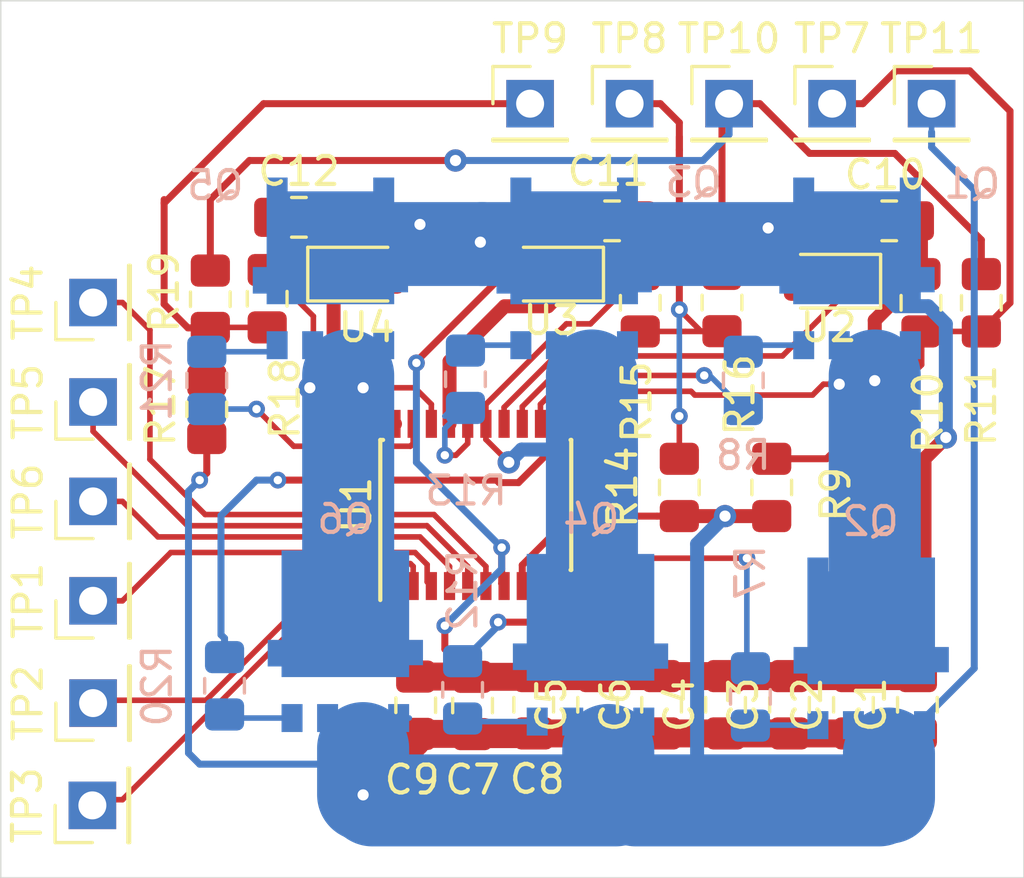
<source format=kicad_pcb>
(kicad_pcb (version 20171130) (host pcbnew "(5.1.4)-1")

  (general
    (thickness 1.6)
    (drawings 7)
    (tracks 310)
    (zones 0)
    (modules 48)
    (nets 31)
  )

  (page A4)
  (layers
    (0 F.Cu signal)
    (31 B.Cu signal)
    (32 B.Adhes user)
    (33 F.Adhes user)
    (34 B.Paste user)
    (35 F.Paste user)
    (36 B.SilkS user)
    (37 F.SilkS user)
    (38 B.Mask user)
    (39 F.Mask user)
    (40 Dwgs.User user)
    (41 Cmts.User user)
    (42 Eco1.User user)
    (43 Eco2.User user)
    (44 Edge.Cuts user)
    (45 Margin user)
    (46 B.CrtYd user)
    (47 F.CrtYd user)
    (48 B.Fab user)
    (49 F.Fab user hide)
  )

  (setup
    (last_trace_width 1)
    (user_trace_width 0.25)
    (user_trace_width 0.5)
    (user_trace_width 1)
    (user_trace_width 2)
    (user_trace_width 3)
    (user_trace_width 3.29)
    (trace_clearance 0.2)
    (zone_clearance 0.508)
    (zone_45_only no)
    (trace_min 0.2)
    (via_size 0.8)
    (via_drill 0.4)
    (via_min_size 0.4)
    (via_min_drill 0.3)
    (user_via 0.6 0.3)
    (uvia_size 0.6)
    (uvia_drill 0.3)
    (uvias_allowed no)
    (uvia_min_size 0.3)
    (uvia_min_drill 0.1)
    (edge_width 0.05)
    (segment_width 0.2)
    (pcb_text_width 0.3)
    (pcb_text_size 1.5 1.5)
    (mod_edge_width 0.12)
    (mod_text_size 1 1)
    (mod_text_width 0.15)
    (pad_size 1.524 1.524)
    (pad_drill 0.762)
    (pad_to_mask_clearance 0.051)
    (solder_mask_min_width 0.25)
    (aux_axis_origin 0 0)
    (visible_elements 7FFDFFFF)
    (pcbplotparams
      (layerselection 0x010fc_ffffffff)
      (usegerberextensions false)
      (usegerberattributes false)
      (usegerberadvancedattributes false)
      (creategerberjobfile false)
      (excludeedgelayer true)
      (linewidth 0.100000)
      (plotframeref false)
      (viasonmask false)
      (mode 1)
      (useauxorigin false)
      (hpglpennumber 1)
      (hpglpenspeed 20)
      (hpglpendiameter 15.000000)
      (psnegative false)
      (psa4output false)
      (plotreference true)
      (plotvalue true)
      (plotinvisibletext false)
      (padsonsilk false)
      (subtractmaskfromsilk false)
      (outputformat 1)
      (mirror false)
      (drillshape 1)
      (scaleselection 1)
      (outputdirectory ""))
  )

  (net 0 "")
  (net 1 GND)
  (net 2 VCC)
  (net 3 PHASE_A)
  (net 4 "Net-(C10-Pad2)")
  (net 5 "Net-(C11-Pad2)")
  (net 6 PHASE_B)
  (net 7 PHASE_C)
  (net 8 "Net-(C12-Pad2)")
  (net 9 GL_A)
  (net 10 GH_A)
  (net 11 GL_B)
  (net 12 GH_B)
  (net 13 GL_C)
  (net 14 GH_C)
  (net 15 HIN_A)
  (net 16 HIN_B)
  (net 17 HIN_C)
  (net 18 LIN_A)
  (net 19 LIN_B)
  (net 20 LIN_C)
  (net 21 SENSE_A)
  (net 22 SENSE_COM)
  (net 23 SENSE_B)
  (net 24 SENSE_C)
  (net 25 "Net-(Q1-Pad2)")
  (net 26 "Net-(Q2-Pad2)")
  (net 27 "Net-(Q3-Pad2)")
  (net 28 "Net-(Q4-Pad2)")
  (net 29 "Net-(Q5-Pad2)")
  (net 30 "Net-(Q6-Pad2)")

  (net_class Default "This is the default net class."
    (clearance 0.2)
    (trace_width 0.2)
    (via_dia 0.8)
    (via_drill 0.4)
    (uvia_dia 0.6)
    (uvia_drill 0.3)
    (add_net GH_A)
    (add_net GH_B)
    (add_net GH_C)
    (add_net GL_A)
    (add_net GL_B)
    (add_net GL_C)
    (add_net GND)
    (add_net HIN_A)
    (add_net HIN_B)
    (add_net HIN_C)
    (add_net LIN_A)
    (add_net LIN_B)
    (add_net LIN_C)
    (add_net "Net-(C10-Pad2)")
    (add_net "Net-(C11-Pad2)")
    (add_net "Net-(C12-Pad2)")
    (add_net "Net-(Q1-Pad2)")
    (add_net "Net-(Q2-Pad2)")
    (add_net "Net-(Q3-Pad2)")
    (add_net "Net-(Q4-Pad2)")
    (add_net "Net-(Q5-Pad2)")
    (add_net "Net-(Q6-Pad2)")
    (add_net PHASE_A)
    (add_net PHASE_B)
    (add_net PHASE_C)
    (add_net SENSE_A)
    (add_net SENSE_B)
    (add_net SENSE_C)
    (add_net SENSE_COM)
    (add_net VCC)
  )

  (module Connector_PinHeader_2.54mm:PinHeader_1x01_P2.54mm_Vertical (layer F.Cu) (tedit 59FED5CC) (tstamp 5DBAEBB5)
    (at 77.089 93.98)
    (descr "Through hole straight pin header, 1x01, 2.54mm pitch, single row")
    (tags "Through hole pin header THT 1x01 2.54mm single row")
    (path /5E31F8F8)
    (fp_text reference TP8 (at 0 -2.33) (layer F.SilkS)
      (effects (font (size 1 1) (thickness 0.15)))
    )
    (fp_text value SENSE_B (at 0 2.33) (layer F.Fab)
      (effects (font (size 1 1) (thickness 0.15)))
    )
    (fp_line (start -0.635 -1.27) (end 1.27 -1.27) (layer F.Fab) (width 0.1))
    (fp_line (start 1.27 -1.27) (end 1.27 1.27) (layer F.Fab) (width 0.1))
    (fp_line (start 1.27 1.27) (end -1.27 1.27) (layer F.Fab) (width 0.1))
    (fp_line (start -1.27 1.27) (end -1.27 -0.635) (layer F.Fab) (width 0.1))
    (fp_line (start -1.27 -0.635) (end -0.635 -1.27) (layer F.Fab) (width 0.1))
    (fp_line (start -1.33 1.33) (end 1.33 1.33) (layer F.SilkS) (width 0.12))
    (fp_line (start -1.33 1.27) (end -1.33 1.33) (layer F.SilkS) (width 0.12))
    (fp_line (start 1.33 1.27) (end 1.33 1.33) (layer F.SilkS) (width 0.12))
    (fp_line (start -1.33 1.27) (end 1.33 1.27) (layer F.SilkS) (width 0.12))
    (fp_line (start -1.33 0) (end -1.33 -1.33) (layer F.SilkS) (width 0.12))
    (fp_line (start -1.33 -1.33) (end 0 -1.33) (layer F.SilkS) (width 0.12))
    (fp_line (start -1.8 -1.8) (end -1.8 1.8) (layer F.CrtYd) (width 0.05))
    (fp_line (start -1.8 1.8) (end 1.8 1.8) (layer F.CrtYd) (width 0.05))
    (fp_line (start 1.8 1.8) (end 1.8 -1.8) (layer F.CrtYd) (width 0.05))
    (fp_line (start 1.8 -1.8) (end -1.8 -1.8) (layer F.CrtYd) (width 0.05))
    (fp_text user %R (at 0 0 90) (layer F.Fab)
      (effects (font (size 1 1) (thickness 0.15)))
    )
    (pad 1 thru_hole rect (at 0 0) (size 1.7 1.7) (drill 1) (layers *.Cu *.Mask)
      (net 23 SENSE_B))
    (model ${KISYS3DMOD}/Connector_PinHeader_2.54mm.3dshapes/PinHeader_1x01_P2.54mm_Vertical.wrl
      (at (xyz 0 0 0))
      (scale (xyz 1 1 1))
      (rotate (xyz 0 0 0))
    )
  )

  (module Resistor_SMD:R_0805_2012Metric_Pad1.15x1.40mm_HandSolder (layer B.Cu) (tedit 5B36C52B) (tstamp 5DBB0C42)
    (at 62.611 114.799 270)
    (descr "Resistor SMD 0805 (2012 Metric), square (rectangular) end terminal, IPC_7351 nominal with elongated pad for handsoldering. (Body size source: https://docs.google.com/spreadsheets/d/1BsfQQcO9C6DZCsRaXUlFlo91Tg2WpOkGARC1WS5S8t0/edit?usp=sharing), generated with kicad-footprint-generator")
    (tags "resistor handsolder")
    (path /5E1A9C13)
    (attr smd)
    (fp_text reference R20 (at 0 2.413 270) (layer B.SilkS)
      (effects (font (size 1 1) (thickness 0.15)) (justify mirror))
    )
    (fp_text value 3.3 (at 0 -1.65 270) (layer B.Fab)
      (effects (font (size 1 1) (thickness 0.15)) (justify mirror))
    )
    (fp_line (start -1 -0.6) (end -1 0.6) (layer B.Fab) (width 0.1))
    (fp_line (start -1 0.6) (end 1 0.6) (layer B.Fab) (width 0.1))
    (fp_line (start 1 0.6) (end 1 -0.6) (layer B.Fab) (width 0.1))
    (fp_line (start 1 -0.6) (end -1 -0.6) (layer B.Fab) (width 0.1))
    (fp_line (start -0.261252 0.71) (end 0.261252 0.71) (layer B.SilkS) (width 0.12))
    (fp_line (start -0.261252 -0.71) (end 0.261252 -0.71) (layer B.SilkS) (width 0.12))
    (fp_line (start -1.85 -0.95) (end -1.85 0.95) (layer B.CrtYd) (width 0.05))
    (fp_line (start -1.85 0.95) (end 1.85 0.95) (layer B.CrtYd) (width 0.05))
    (fp_line (start 1.85 0.95) (end 1.85 -0.95) (layer B.CrtYd) (width 0.05))
    (fp_line (start 1.85 -0.95) (end -1.85 -0.95) (layer B.CrtYd) (width 0.05))
    (fp_text user %R (at 0 0 270) (layer B.Fab)
      (effects (font (size 0.5 0.5) (thickness 0.08)) (justify mirror))
    )
    (pad 1 smd roundrect (at -1.025 0 270) (size 1.15 1.4) (layers B.Cu B.Paste B.Mask) (roundrect_rratio 0.217391)
      (net 13 GL_C))
    (pad 2 smd roundrect (at 1.025 0 270) (size 1.15 1.4) (layers B.Cu B.Paste B.Mask) (roundrect_rratio 0.217391)
      (net 30 "Net-(Q6-Pad2)"))
    (model ${KISYS3DMOD}/Resistor_SMD.3dshapes/R_0805_2012Metric.wrl
      (at (xyz 0 0 0))
      (scale (xyz 1 1 1))
      (rotate (xyz 0 0 0))
    )
  )

  (module Resistor_SMD:R_0805_2012Metric_Pad1.15x1.40mm_HandSolder (layer F.Cu) (tedit 5B36C52B) (tstamp 5DBAB1EB)
    (at 78.867 107.705 270)
    (descr "Resistor SMD 0805 (2012 Metric), square (rectangular) end terminal, IPC_7351 nominal with elongated pad for handsoldering. (Body size source: https://docs.google.com/spreadsheets/d/1BsfQQcO9C6DZCsRaXUlFlo91Tg2WpOkGARC1WS5S8t0/edit?usp=sharing), generated with kicad-footprint-generator")
    (tags "resistor handsolder")
    (path /5E270F66)
    (attr smd)
    (fp_text reference R14 (at -0.009 2.032 90) (layer F.SilkS)
      (effects (font (size 1 1) (thickness 0.15)))
    )
    (fp_text value 33K (at 0 1.65 90) (layer F.Fab)
      (effects (font (size 1 1) (thickness 0.15)))
    )
    (fp_text user %R (at 0 0 90) (layer F.Fab)
      (effects (font (size 0.5 0.5) (thickness 0.08)))
    )
    (fp_line (start 1.85 0.95) (end -1.85 0.95) (layer F.CrtYd) (width 0.05))
    (fp_line (start 1.85 -0.95) (end 1.85 0.95) (layer F.CrtYd) (width 0.05))
    (fp_line (start -1.85 -0.95) (end 1.85 -0.95) (layer F.CrtYd) (width 0.05))
    (fp_line (start -1.85 0.95) (end -1.85 -0.95) (layer F.CrtYd) (width 0.05))
    (fp_line (start -0.261252 0.71) (end 0.261252 0.71) (layer F.SilkS) (width 0.12))
    (fp_line (start -0.261252 -0.71) (end 0.261252 -0.71) (layer F.SilkS) (width 0.12))
    (fp_line (start 1 0.6) (end -1 0.6) (layer F.Fab) (width 0.1))
    (fp_line (start 1 -0.6) (end 1 0.6) (layer F.Fab) (width 0.1))
    (fp_line (start -1 -0.6) (end 1 -0.6) (layer F.Fab) (width 0.1))
    (fp_line (start -1 0.6) (end -1 -0.6) (layer F.Fab) (width 0.1))
    (pad 2 smd roundrect (at 1.025 0 270) (size 1.15 1.4) (layers F.Cu F.Paste F.Mask) (roundrect_rratio 0.217391)
      (net 1 GND))
    (pad 1 smd roundrect (at -1.025 0 270) (size 1.15 1.4) (layers F.Cu F.Paste F.Mask) (roundrect_rratio 0.217391)
      (net 23 SENSE_B))
    (model ${KISYS3DMOD}/Resistor_SMD.3dshapes/R_0805_2012Metric.wrl
      (at (xyz 0 0 0))
      (scale (xyz 1 1 1))
      (rotate (xyz 0 0 0))
    )
  )

  (module Resistor_SMD:R_0805_2012Metric_Pad1.15x1.40mm_HandSolder (layer F.Cu) (tedit 5B36C52B) (tstamp 5DBAFD08)
    (at 77.47 101.101 270)
    (descr "Resistor SMD 0805 (2012 Metric), square (rectangular) end terminal, IPC_7351 nominal with elongated pad for handsoldering. (Body size source: https://docs.google.com/spreadsheets/d/1BsfQQcO9C6DZCsRaXUlFlo91Tg2WpOkGARC1WS5S8t0/edit?usp=sharing), generated with kicad-footprint-generator")
    (tags "resistor handsolder")
    (path /5E270F60)
    (attr smd)
    (fp_text reference R15 (at 3.547 0.127 90) (layer F.SilkS)
      (effects (font (size 1 1) (thickness 0.15)))
    )
    (fp_text value 120K (at 0 1.65 90) (layer F.Fab)
      (effects (font (size 1 1) (thickness 0.15)))
    )
    (fp_line (start -1 0.6) (end -1 -0.6) (layer F.Fab) (width 0.1))
    (fp_line (start -1 -0.6) (end 1 -0.6) (layer F.Fab) (width 0.1))
    (fp_line (start 1 -0.6) (end 1 0.6) (layer F.Fab) (width 0.1))
    (fp_line (start 1 0.6) (end -1 0.6) (layer F.Fab) (width 0.1))
    (fp_line (start -0.261252 -0.71) (end 0.261252 -0.71) (layer F.SilkS) (width 0.12))
    (fp_line (start -0.261252 0.71) (end 0.261252 0.71) (layer F.SilkS) (width 0.12))
    (fp_line (start -1.85 0.95) (end -1.85 -0.95) (layer F.CrtYd) (width 0.05))
    (fp_line (start -1.85 -0.95) (end 1.85 -0.95) (layer F.CrtYd) (width 0.05))
    (fp_line (start 1.85 -0.95) (end 1.85 0.95) (layer F.CrtYd) (width 0.05))
    (fp_line (start 1.85 0.95) (end -1.85 0.95) (layer F.CrtYd) (width 0.05))
    (fp_text user %R (at 0 0 90) (layer F.Fab)
      (effects (font (size 0.5 0.5) (thickness 0.08)))
    )
    (pad 1 smd roundrect (at -1.025 0 270) (size 1.15 1.4) (layers F.Cu F.Paste F.Mask) (roundrect_rratio 0.217391)
      (net 6 PHASE_B))
    (pad 2 smd roundrect (at 1.025 0 270) (size 1.15 1.4) (layers F.Cu F.Paste F.Mask) (roundrect_rratio 0.217391)
      (net 23 SENSE_B))
    (model ${KISYS3DMOD}/Resistor_SMD.3dshapes/R_0805_2012Metric.wrl
      (at (xyz 0 0 0))
      (scale (xyz 1 1 1))
      (rotate (xyz 0 0 0))
    )
  )

  (module Resistor_SMD:R_0805_2012Metric_Pad1.15x1.40mm_HandSolder (layer F.Cu) (tedit 5B36C52B) (tstamp 5DBAF6EE)
    (at 80.391 101.092 270)
    (descr "Resistor SMD 0805 (2012 Metric), square (rectangular) end terminal, IPC_7351 nominal with elongated pad for handsoldering. (Body size source: https://docs.google.com/spreadsheets/d/1BsfQQcO9C6DZCsRaXUlFlo91Tg2WpOkGARC1WS5S8t0/edit?usp=sharing), generated with kicad-footprint-generator")
    (tags "resistor handsolder")
    (path /5E270F6C)
    (attr smd)
    (fp_text reference R16 (at 3.302 -0.635 90) (layer F.SilkS)
      (effects (font (size 1 1) (thickness 0.15)))
    )
    (fp_text value 3.3K (at 0 1.65 90) (layer F.Fab)
      (effects (font (size 1 1) (thickness 0.15)))
    )
    (fp_line (start -1 0.6) (end -1 -0.6) (layer F.Fab) (width 0.1))
    (fp_line (start -1 -0.6) (end 1 -0.6) (layer F.Fab) (width 0.1))
    (fp_line (start 1 -0.6) (end 1 0.6) (layer F.Fab) (width 0.1))
    (fp_line (start 1 0.6) (end -1 0.6) (layer F.Fab) (width 0.1))
    (fp_line (start -0.261252 -0.71) (end 0.261252 -0.71) (layer F.SilkS) (width 0.12))
    (fp_line (start -0.261252 0.71) (end 0.261252 0.71) (layer F.SilkS) (width 0.12))
    (fp_line (start -1.85 0.95) (end -1.85 -0.95) (layer F.CrtYd) (width 0.05))
    (fp_line (start -1.85 -0.95) (end 1.85 -0.95) (layer F.CrtYd) (width 0.05))
    (fp_line (start 1.85 -0.95) (end 1.85 0.95) (layer F.CrtYd) (width 0.05))
    (fp_line (start 1.85 0.95) (end -1.85 0.95) (layer F.CrtYd) (width 0.05))
    (fp_text user %R (at 0 0 90) (layer F.Fab)
      (effects (font (size 0.5 0.5) (thickness 0.08)))
    )
    (pad 1 smd roundrect (at -1.025 0 270) (size 1.15 1.4) (layers F.Cu F.Paste F.Mask) (roundrect_rratio 0.217391)
      (net 22 SENSE_COM))
    (pad 2 smd roundrect (at 1.025 0 270) (size 1.15 1.4) (layers F.Cu F.Paste F.Mask) (roundrect_rratio 0.217391)
      (net 23 SENSE_B))
    (model ${KISYS3DMOD}/Resistor_SMD.3dshapes/R_0805_2012Metric.wrl
      (at (xyz 0 0 0))
      (scale (xyz 1 1 1))
      (rotate (xyz 0 0 0))
    )
  )

  (module Resistor_SMD:R_0805_2012Metric_Pad1.15x1.40mm_HandSolder (layer F.Cu) (tedit 5B36C52B) (tstamp 5DBAB1A7)
    (at 87.503 101.101 270)
    (descr "Resistor SMD 0805 (2012 Metric), square (rectangular) end terminal, IPC_7351 nominal with elongated pad for handsoldering. (Body size source: https://docs.google.com/spreadsheets/d/1BsfQQcO9C6DZCsRaXUlFlo91Tg2WpOkGARC1WS5S8t0/edit?usp=sharing), generated with kicad-footprint-generator")
    (tags "resistor handsolder")
    (path /5E2503AF)
    (attr smd)
    (fp_text reference R10 (at 3.928 -0.254 90) (layer F.SilkS)
      (effects (font (size 1 1) (thickness 0.15)))
    )
    (fp_text value 120K (at 0 1.65 90) (layer F.Fab)
      (effects (font (size 1 1) (thickness 0.15)))
    )
    (fp_text user %R (at 0 0 90) (layer F.Fab)
      (effects (font (size 0.5 0.5) (thickness 0.08)))
    )
    (fp_line (start 1.85 0.95) (end -1.85 0.95) (layer F.CrtYd) (width 0.05))
    (fp_line (start 1.85 -0.95) (end 1.85 0.95) (layer F.CrtYd) (width 0.05))
    (fp_line (start -1.85 -0.95) (end 1.85 -0.95) (layer F.CrtYd) (width 0.05))
    (fp_line (start -1.85 0.95) (end -1.85 -0.95) (layer F.CrtYd) (width 0.05))
    (fp_line (start -0.261252 0.71) (end 0.261252 0.71) (layer F.SilkS) (width 0.12))
    (fp_line (start -0.261252 -0.71) (end 0.261252 -0.71) (layer F.SilkS) (width 0.12))
    (fp_line (start 1 0.6) (end -1 0.6) (layer F.Fab) (width 0.1))
    (fp_line (start 1 -0.6) (end 1 0.6) (layer F.Fab) (width 0.1))
    (fp_line (start -1 -0.6) (end 1 -0.6) (layer F.Fab) (width 0.1))
    (fp_line (start -1 0.6) (end -1 -0.6) (layer F.Fab) (width 0.1))
    (pad 2 smd roundrect (at 1.025 0 270) (size 1.15 1.4) (layers F.Cu F.Paste F.Mask) (roundrect_rratio 0.217391)
      (net 21 SENSE_A))
    (pad 1 smd roundrect (at -1.025 0 270) (size 1.15 1.4) (layers F.Cu F.Paste F.Mask) (roundrect_rratio 0.217391)
      (net 3 PHASE_A))
    (model ${KISYS3DMOD}/Resistor_SMD.3dshapes/R_0805_2012Metric.wrl
      (at (xyz 0 0 0))
      (scale (xyz 1 1 1))
      (rotate (xyz 0 0 0))
    )
  )

  (module Capacitor_SMD:C_0805_2012Metric_Pad1.15x1.40mm_HandSolder (layer F.Cu) (tedit 5B36C52B) (tstamp 5DBBC551)
    (at 71.4756 115.5028 90)
    (descr "Capacitor SMD 0805 (2012 Metric), square (rectangular) end terminal, IPC_7351 nominal with elongated pad for handsoldering. (Body size source: https://docs.google.com/spreadsheets/d/1BsfQQcO9C6DZCsRaXUlFlo91Tg2WpOkGARC1WS5S8t0/edit?usp=sharing), generated with kicad-footprint-generator")
    (tags "capacitor handsolder")
    (path /5E24D435)
    (attr smd)
    (fp_text reference C7 (at -2.658 0 180) (layer F.SilkS)
      (effects (font (size 1 1) (thickness 0.15)))
    )
    (fp_text value 1uF (at 0 1.65 90) (layer F.Fab)
      (effects (font (size 1 1) (thickness 0.15)))
    )
    (fp_line (start -1 0.6) (end -1 -0.6) (layer F.Fab) (width 0.1))
    (fp_line (start -1 -0.6) (end 1 -0.6) (layer F.Fab) (width 0.1))
    (fp_line (start 1 -0.6) (end 1 0.6) (layer F.Fab) (width 0.1))
    (fp_line (start 1 0.6) (end -1 0.6) (layer F.Fab) (width 0.1))
    (fp_line (start -0.261252 -0.71) (end 0.261252 -0.71) (layer F.SilkS) (width 0.12))
    (fp_line (start -0.261252 0.71) (end 0.261252 0.71) (layer F.SilkS) (width 0.12))
    (fp_line (start -1.85 0.95) (end -1.85 -0.95) (layer F.CrtYd) (width 0.05))
    (fp_line (start -1.85 -0.95) (end 1.85 -0.95) (layer F.CrtYd) (width 0.05))
    (fp_line (start 1.85 -0.95) (end 1.85 0.95) (layer F.CrtYd) (width 0.05))
    (fp_line (start 1.85 0.95) (end -1.85 0.95) (layer F.CrtYd) (width 0.05))
    (fp_text user %R (at 0 0 90) (layer F.Fab)
      (effects (font (size 0.5 0.5) (thickness 0.08)))
    )
    (pad 1 smd roundrect (at -1.025 0 90) (size 1.15 1.4) (layers F.Cu F.Paste F.Mask) (roundrect_rratio 0.217391)
      (net 1 GND))
    (pad 2 smd roundrect (at 1.025 0 90) (size 1.15 1.4) (layers F.Cu F.Paste F.Mask) (roundrect_rratio 0.217391)
      (net 2 VCC))
    (model ${KISYS3DMOD}/Capacitor_SMD.3dshapes/C_0805_2012Metric.wrl
      (at (xyz 0 0 0))
      (scale (xyz 1 1 1))
      (rotate (xyz 0 0 0))
    )
  )

  (module Capacitor_SMD:C_0805_2012Metric_Pad1.15x1.40mm_HandSolder (layer F.Cu) (tedit 5B36C52B) (tstamp 5DBBC5B1)
    (at 73.66 115.4774 90)
    (descr "Capacitor SMD 0805 (2012 Metric), square (rectangular) end terminal, IPC_7351 nominal with elongated pad for handsoldering. (Body size source: https://docs.google.com/spreadsheets/d/1BsfQQcO9C6DZCsRaXUlFlo91Tg2WpOkGARC1WS5S8t0/edit?usp=sharing), generated with kicad-footprint-generator")
    (tags "capacitor handsolder")
    (path /5E24DA6C)
    (attr smd)
    (fp_text reference C8 (at -2.658 0.127 180) (layer F.SilkS)
      (effects (font (size 1 1) (thickness 0.15)))
    )
    (fp_text value 1uF (at 0 1.65 90) (layer F.Fab)
      (effects (font (size 1 1) (thickness 0.15)))
    )
    (fp_text user %R (at 0 0 90) (layer F.Fab)
      (effects (font (size 0.5 0.5) (thickness 0.08)))
    )
    (fp_line (start 1.85 0.95) (end -1.85 0.95) (layer F.CrtYd) (width 0.05))
    (fp_line (start 1.85 -0.95) (end 1.85 0.95) (layer F.CrtYd) (width 0.05))
    (fp_line (start -1.85 -0.95) (end 1.85 -0.95) (layer F.CrtYd) (width 0.05))
    (fp_line (start -1.85 0.95) (end -1.85 -0.95) (layer F.CrtYd) (width 0.05))
    (fp_line (start -0.261252 0.71) (end 0.261252 0.71) (layer F.SilkS) (width 0.12))
    (fp_line (start -0.261252 -0.71) (end 0.261252 -0.71) (layer F.SilkS) (width 0.12))
    (fp_line (start 1 0.6) (end -1 0.6) (layer F.Fab) (width 0.1))
    (fp_line (start 1 -0.6) (end 1 0.6) (layer F.Fab) (width 0.1))
    (fp_line (start -1 -0.6) (end 1 -0.6) (layer F.Fab) (width 0.1))
    (fp_line (start -1 0.6) (end -1 -0.6) (layer F.Fab) (width 0.1))
    (pad 2 smd roundrect (at 1.025 0 90) (size 1.15 1.4) (layers F.Cu F.Paste F.Mask) (roundrect_rratio 0.217391)
      (net 2 VCC))
    (pad 1 smd roundrect (at -1.025 0 90) (size 1.15 1.4) (layers F.Cu F.Paste F.Mask) (roundrect_rratio 0.217391)
      (net 1 GND))
    (model ${KISYS3DMOD}/Capacitor_SMD.3dshapes/C_0805_2012Metric.wrl
      (at (xyz 0 0 0))
      (scale (xyz 1 1 1))
      (rotate (xyz 0 0 0))
    )
  )

  (module Capacitor_SMD:C_0805_2012Metric_Pad1.15x1.40mm_HandSolder (layer F.Cu) (tedit 5B36C52B) (tstamp 5DBBC581)
    (at 69.4436 115.4938 90)
    (descr "Capacitor SMD 0805 (2012 Metric), square (rectangular) end terminal, IPC_7351 nominal with elongated pad for handsoldering. (Body size source: https://docs.google.com/spreadsheets/d/1BsfQQcO9C6DZCsRaXUlFlo91Tg2WpOkGARC1WS5S8t0/edit?usp=sharing), generated with kicad-footprint-generator")
    (tags "capacitor handsolder")
    (path /5E24E372)
    (attr smd)
    (fp_text reference C9 (at -2.667 -0.127 180) (layer F.SilkS)
      (effects (font (size 1 1) (thickness 0.15)))
    )
    (fp_text value 1uF (at 0 1.65 90) (layer F.Fab)
      (effects (font (size 1 1) (thickness 0.15)))
    )
    (fp_line (start -1 0.6) (end -1 -0.6) (layer F.Fab) (width 0.1))
    (fp_line (start -1 -0.6) (end 1 -0.6) (layer F.Fab) (width 0.1))
    (fp_line (start 1 -0.6) (end 1 0.6) (layer F.Fab) (width 0.1))
    (fp_line (start 1 0.6) (end -1 0.6) (layer F.Fab) (width 0.1))
    (fp_line (start -0.261252 -0.71) (end 0.261252 -0.71) (layer F.SilkS) (width 0.12))
    (fp_line (start -0.261252 0.71) (end 0.261252 0.71) (layer F.SilkS) (width 0.12))
    (fp_line (start -1.85 0.95) (end -1.85 -0.95) (layer F.CrtYd) (width 0.05))
    (fp_line (start -1.85 -0.95) (end 1.85 -0.95) (layer F.CrtYd) (width 0.05))
    (fp_line (start 1.85 -0.95) (end 1.85 0.95) (layer F.CrtYd) (width 0.05))
    (fp_line (start 1.85 0.95) (end -1.85 0.95) (layer F.CrtYd) (width 0.05))
    (fp_text user %R (at 0 0 90) (layer F.Fab)
      (effects (font (size 0.5 0.5) (thickness 0.08)))
    )
    (pad 1 smd roundrect (at -1.025 0 90) (size 1.15 1.4) (layers F.Cu F.Paste F.Mask) (roundrect_rratio 0.217391)
      (net 1 GND))
    (pad 2 smd roundrect (at 1.025 0 90) (size 1.15 1.4) (layers F.Cu F.Paste F.Mask) (roundrect_rratio 0.217391)
      (net 2 VCC))
    (model ${KISYS3DMOD}/Capacitor_SMD.3dshapes/C_0805_2012Metric.wrl
      (at (xyz 0 0 0))
      (scale (xyz 1 1 1))
      (rotate (xyz 0 0 0))
    )
  )

  (module Capacitor_SMD:C_0805_2012Metric_Pad1.15x1.40mm_HandSolder (layer F.Cu) (tedit 5B36C52B) (tstamp 5DBAB0ED)
    (at 86.369 98.171 180)
    (descr "Capacitor SMD 0805 (2012 Metric), square (rectangular) end terminal, IPC_7351 nominal with elongated pad for handsoldering. (Body size source: https://docs.google.com/spreadsheets/d/1BsfQQcO9C6DZCsRaXUlFlo91Tg2WpOkGARC1WS5S8t0/edit?usp=sharing), generated with kicad-footprint-generator")
    (tags "capacitor handsolder")
    (path /5E1E7DD1)
    (attr smd)
    (fp_text reference C10 (at 0.136 1.651) (layer F.SilkS)
      (effects (font (size 1 1) (thickness 0.15)))
    )
    (fp_text value 100nF (at 0 1.65) (layer F.Fab)
      (effects (font (size 1 1) (thickness 0.15)))
    )
    (fp_text user %R (at 0 0) (layer F.Fab)
      (effects (font (size 0.5 0.5) (thickness 0.08)))
    )
    (fp_line (start 1.85 0.95) (end -1.85 0.95) (layer F.CrtYd) (width 0.05))
    (fp_line (start 1.85 -0.95) (end 1.85 0.95) (layer F.CrtYd) (width 0.05))
    (fp_line (start -1.85 -0.95) (end 1.85 -0.95) (layer F.CrtYd) (width 0.05))
    (fp_line (start -1.85 0.95) (end -1.85 -0.95) (layer F.CrtYd) (width 0.05))
    (fp_line (start -0.261252 0.71) (end 0.261252 0.71) (layer F.SilkS) (width 0.12))
    (fp_line (start -0.261252 -0.71) (end 0.261252 -0.71) (layer F.SilkS) (width 0.12))
    (fp_line (start 1 0.6) (end -1 0.6) (layer F.Fab) (width 0.1))
    (fp_line (start 1 -0.6) (end 1 0.6) (layer F.Fab) (width 0.1))
    (fp_line (start -1 -0.6) (end 1 -0.6) (layer F.Fab) (width 0.1))
    (fp_line (start -1 0.6) (end -1 -0.6) (layer F.Fab) (width 0.1))
    (pad 2 smd roundrect (at 1.025 0 180) (size 1.15 1.4) (layers F.Cu F.Paste F.Mask) (roundrect_rratio 0.217391)
      (net 4 "Net-(C10-Pad2)"))
    (pad 1 smd roundrect (at -1.025 0 180) (size 1.15 1.4) (layers F.Cu F.Paste F.Mask) (roundrect_rratio 0.217391)
      (net 3 PHASE_A))
    (model ${KISYS3DMOD}/Capacitor_SMD.3dshapes/C_0805_2012Metric.wrl
      (at (xyz 0 0 0))
      (scale (xyz 1 1 1))
      (rotate (xyz 0 0 0))
    )
  )

  (module Capacitor_SMD:C_0805_2012Metric_Pad1.15x1.40mm_HandSolder (layer F.Cu) (tedit 5B36C52B) (tstamp 5DBAE7A5)
    (at 76.463 98.171 180)
    (descr "Capacitor SMD 0805 (2012 Metric), square (rectangular) end terminal, IPC_7351 nominal with elongated pad for handsoldering. (Body size source: https://docs.google.com/spreadsheets/d/1BsfQQcO9C6DZCsRaXUlFlo91Tg2WpOkGARC1WS5S8t0/edit?usp=sharing), generated with kicad-footprint-generator")
    (tags "capacitor handsolder")
    (path /5E1E5795)
    (attr smd)
    (fp_text reference C11 (at 0.136 1.778) (layer F.SilkS)
      (effects (font (size 1 1) (thickness 0.15)))
    )
    (fp_text value 100nF (at 0 1.65) (layer F.Fab)
      (effects (font (size 1 1) (thickness 0.15)))
    )
    (fp_line (start -1 0.6) (end -1 -0.6) (layer F.Fab) (width 0.1))
    (fp_line (start -1 -0.6) (end 1 -0.6) (layer F.Fab) (width 0.1))
    (fp_line (start 1 -0.6) (end 1 0.6) (layer F.Fab) (width 0.1))
    (fp_line (start 1 0.6) (end -1 0.6) (layer F.Fab) (width 0.1))
    (fp_line (start -0.261252 -0.71) (end 0.261252 -0.71) (layer F.SilkS) (width 0.12))
    (fp_line (start -0.261252 0.71) (end 0.261252 0.71) (layer F.SilkS) (width 0.12))
    (fp_line (start -1.85 0.95) (end -1.85 -0.95) (layer F.CrtYd) (width 0.05))
    (fp_line (start -1.85 -0.95) (end 1.85 -0.95) (layer F.CrtYd) (width 0.05))
    (fp_line (start 1.85 -0.95) (end 1.85 0.95) (layer F.CrtYd) (width 0.05))
    (fp_line (start 1.85 0.95) (end -1.85 0.95) (layer F.CrtYd) (width 0.05))
    (fp_text user %R (at 0 0) (layer F.Fab)
      (effects (font (size 0.5 0.5) (thickness 0.08)))
    )
    (pad 1 smd roundrect (at -1.025 0 180) (size 1.15 1.4) (layers F.Cu F.Paste F.Mask) (roundrect_rratio 0.217391)
      (net 6 PHASE_B))
    (pad 2 smd roundrect (at 1.025 0 180) (size 1.15 1.4) (layers F.Cu F.Paste F.Mask) (roundrect_rratio 0.217391)
      (net 5 "Net-(C11-Pad2)"))
    (model ${KISYS3DMOD}/Capacitor_SMD.3dshapes/C_0805_2012Metric.wrl
      (at (xyz 0 0 0))
      (scale (xyz 1 1 1))
      (rotate (xyz 0 0 0))
    )
  )

  (module Capacitor_SMD:C_0805_2012Metric_Pad1.15x1.40mm_HandSolder (layer F.Cu) (tedit 5B36C52B) (tstamp 5DBAE93E)
    (at 65.269 98.044)
    (descr "Capacitor SMD 0805 (2012 Metric), square (rectangular) end terminal, IPC_7351 nominal with elongated pad for handsoldering. (Body size source: https://docs.google.com/spreadsheets/d/1BsfQQcO9C6DZCsRaXUlFlo91Tg2WpOkGARC1WS5S8t0/edit?usp=sharing), generated with kicad-footprint-generator")
    (tags "capacitor handsolder")
    (path /5E1DF121)
    (attr smd)
    (fp_text reference C12 (at 0 -1.65) (layer F.SilkS)
      (effects (font (size 1 1) (thickness 0.15)))
    )
    (fp_text value 100nF (at 0 1.65) (layer F.Fab)
      (effects (font (size 1 1) (thickness 0.15)))
    )
    (fp_text user %R (at 0 0) (layer F.Fab)
      (effects (font (size 0.5 0.5) (thickness 0.08)))
    )
    (fp_line (start 1.85 0.95) (end -1.85 0.95) (layer F.CrtYd) (width 0.05))
    (fp_line (start 1.85 -0.95) (end 1.85 0.95) (layer F.CrtYd) (width 0.05))
    (fp_line (start -1.85 -0.95) (end 1.85 -0.95) (layer F.CrtYd) (width 0.05))
    (fp_line (start -1.85 0.95) (end -1.85 -0.95) (layer F.CrtYd) (width 0.05))
    (fp_line (start -0.261252 0.71) (end 0.261252 0.71) (layer F.SilkS) (width 0.12))
    (fp_line (start -0.261252 -0.71) (end 0.261252 -0.71) (layer F.SilkS) (width 0.12))
    (fp_line (start 1 0.6) (end -1 0.6) (layer F.Fab) (width 0.1))
    (fp_line (start 1 -0.6) (end 1 0.6) (layer F.Fab) (width 0.1))
    (fp_line (start -1 -0.6) (end 1 -0.6) (layer F.Fab) (width 0.1))
    (fp_line (start -1 0.6) (end -1 -0.6) (layer F.Fab) (width 0.1))
    (pad 2 smd roundrect (at 1.025 0) (size 1.15 1.4) (layers F.Cu F.Paste F.Mask) (roundrect_rratio 0.217391)
      (net 8 "Net-(C12-Pad2)"))
    (pad 1 smd roundrect (at -1.025 0) (size 1.15 1.4) (layers F.Cu F.Paste F.Mask) (roundrect_rratio 0.217391)
      (net 7 PHASE_C))
    (model ${KISYS3DMOD}/Capacitor_SMD.3dshapes/C_0805_2012Metric.wrl
      (at (xyz 0 0 0))
      (scale (xyz 1 1 1))
      (rotate (xyz 0 0 0))
    )
  )

  (module half_bridge_fd6288_v1:NTMS5C430 (layer B.Cu) (tedit 5DB48D0D) (tstamp 5DBAB11D)
    (at 85.217 99.822 180)
    (path /5E13F7CD)
    (fp_text reference Q1 (at -4.1148 2.9718) (layer B.SilkS)
      (effects (font (size 1 1) (thickness 0.15)) (justify mirror))
    )
    (fp_text value Q_NMOS_DGS (at 0 -4.826) (layer B.Fab)
      (effects (font (size 1 1) (thickness 0.15)) (justify mirror))
    )
    (fp_line (start -3.048 -3.556) (end -3.048 0) (layer F.CrtYd) (width 0.12))
    (fp_line (start 3.048 -3.556) (end -3.048 -3.556) (layer F.CrtYd) (width 0.12))
    (fp_line (start 3.048 3.556) (end 3.048 -3.556) (layer F.CrtYd) (width 0.12))
    (fp_line (start -3.048 3.556) (end 3.048 3.556) (layer F.CrtYd) (width 0.12))
    (fp_line (start -3.048 0) (end -3.048 3.556) (layer F.CrtYd) (width 0.12))
    (pad 3 smd rect (at -1.905 -2.795 180) (size 0.75 1) (layers B.Cu B.Paste B.Mask)
      (net 3 PHASE_A) (zone_connect 0))
    (pad 3 smd rect (at -0.635 -2.795 180) (size 0.75 1) (layers B.Cu B.Paste B.Mask)
      (net 3 PHASE_A) (zone_connect 0))
    (pad 3 smd rect (at 0.635 -2.795 180) (size 0.75 1) (layers B.Cu B.Paste B.Mask)
      (net 3 PHASE_A) (zone_connect 0))
    (pad 2 smd rect (at 1.905 -2.795 180) (size 0.75 1) (layers B.Cu B.Paste B.Mask)
      (net 25 "Net-(Q1-Pad2)") (zone_connect 0))
    (pad 1 smd custom (at 0 0 180) (size 1.524 1.524) (layers B.Cu B.Paste B.Mask)
      (net 2 VCC) (zone_connect 0)
      (options (clearance outline) (anchor rect))
      (primitives
        (gr_poly (pts
           (xy 2.28 -1.33) (xy 2.28 -0.95) (xy 2.775 -0.95) (xy 2.775 0) (xy 2.28 0)
           (xy 2.28 3.2) (xy 1.53 3.2) (xy 1.53 2.705) (xy -1.53 2.705) (xy -1.53 3.2)
           (xy -2.28 3.2) (xy -2.28 0) (xy -2.775 0) (xy -2.775 -0.905) (xy -2.28 -0.905)
           (xy -2.28 -1.33)) (width 0))
      ))
  )

  (module half_bridge_fd6288_v1:NTMS5C430 (layer B.Cu) (tedit 5DB48D0D) (tstamp 5DBB0CED)
    (at 85.725 113.411 180)
    (path /5E140447)
    (fp_text reference Q2 (at 0.0254 4.4958) (layer B.SilkS)
      (effects (font (size 1 1) (thickness 0.15)) (justify mirror))
    )
    (fp_text value Q_NMOS_DGS (at 0 -4.826) (layer B.Fab)
      (effects (font (size 1 1) (thickness 0.15)) (justify mirror))
    )
    (fp_line (start -3.048 0) (end -3.048 3.556) (layer F.CrtYd) (width 0.12))
    (fp_line (start -3.048 3.556) (end 3.048 3.556) (layer F.CrtYd) (width 0.12))
    (fp_line (start 3.048 3.556) (end 3.048 -3.556) (layer F.CrtYd) (width 0.12))
    (fp_line (start 3.048 -3.556) (end -3.048 -3.556) (layer F.CrtYd) (width 0.12))
    (fp_line (start -3.048 -3.556) (end -3.048 0) (layer F.CrtYd) (width 0.12))
    (pad 1 smd custom (at 0 0 180) (size 1.524 1.524) (layers B.Cu B.Paste B.Mask)
      (net 3 PHASE_A) (zone_connect 0)
      (options (clearance outline) (anchor rect))
      (primitives
        (gr_poly (pts
           (xy 2.28 -1.33) (xy 2.28 -0.95) (xy 2.775 -0.95) (xy 2.775 0) (xy 2.28 0)
           (xy 2.28 3.2) (xy 1.53 3.2) (xy 1.53 2.705) (xy -1.53 2.705) (xy -1.53 3.2)
           (xy -2.28 3.2) (xy -2.28 0) (xy -2.775 0) (xy -2.775 -0.905) (xy -2.28 -0.905)
           (xy -2.28 -1.33)) (width 0))
      ))
    (pad 2 smd rect (at 1.905 -2.795 180) (size 0.75 1) (layers B.Cu B.Paste B.Mask)
      (net 26 "Net-(Q2-Pad2)") (zone_connect 0))
    (pad 3 smd rect (at 0.635 -2.795 180) (size 0.75 1) (layers B.Cu B.Paste B.Mask)
      (net 1 GND) (zone_connect 0))
    (pad 3 smd rect (at -0.635 -2.795 180) (size 0.75 1) (layers B.Cu B.Paste B.Mask)
      (net 1 GND) (zone_connect 0))
    (pad 3 smd rect (at -1.905 -2.795 180) (size 0.75 1) (layers B.Cu B.Paste B.Mask)
      (net 1 GND) (zone_connect 0))
  )

  (module half_bridge_fd6288_v1:NTMS5C430 (layer B.Cu) (tedit 5DB48D0D) (tstamp 5DBAE77B)
    (at 75.1078 99.822 180)
    (path /5E1A72AE)
    (fp_text reference Q3 (at -4.2672 3.0226) (layer B.SilkS)
      (effects (font (size 1 1) (thickness 0.15)) (justify mirror))
    )
    (fp_text value Q_NMOS_DGS (at 0 -4.826) (layer B.Fab)
      (effects (font (size 1 1) (thickness 0.15)) (justify mirror))
    )
    (fp_line (start -3.048 -3.556) (end -3.048 0) (layer F.CrtYd) (width 0.12))
    (fp_line (start 3.048 -3.556) (end -3.048 -3.556) (layer F.CrtYd) (width 0.12))
    (fp_line (start 3.048 3.556) (end 3.048 -3.556) (layer F.CrtYd) (width 0.12))
    (fp_line (start -3.048 3.556) (end 3.048 3.556) (layer F.CrtYd) (width 0.12))
    (fp_line (start -3.048 0) (end -3.048 3.556) (layer F.CrtYd) (width 0.12))
    (pad 3 smd rect (at -1.905 -2.795 180) (size 0.75 1) (layers B.Cu B.Paste B.Mask)
      (net 6 PHASE_B) (zone_connect 0))
    (pad 3 smd rect (at -0.635 -2.795 180) (size 0.75 1) (layers B.Cu B.Paste B.Mask)
      (net 6 PHASE_B) (zone_connect 0))
    (pad 3 smd rect (at 0.635 -2.795 180) (size 0.75 1) (layers B.Cu B.Paste B.Mask)
      (net 6 PHASE_B) (zone_connect 0))
    (pad 2 smd rect (at 1.905 -2.795 180) (size 0.75 1) (layers B.Cu B.Paste B.Mask)
      (net 27 "Net-(Q3-Pad2)") (zone_connect 0))
    (pad 1 smd custom (at 0 0 180) (size 1.524 1.524) (layers B.Cu B.Paste B.Mask)
      (net 2 VCC) (zone_connect 0)
      (options (clearance outline) (anchor rect))
      (primitives
        (gr_poly (pts
           (xy 2.28 -1.33) (xy 2.28 -0.95) (xy 2.775 -0.95) (xy 2.775 0) (xy 2.28 0)
           (xy 2.28 3.2) (xy 1.53 3.2) (xy 1.53 2.705) (xy -1.53 2.705) (xy -1.53 3.2)
           (xy -2.28 3.2) (xy -2.28 0) (xy -2.775 0) (xy -2.775 -0.905) (xy -2.28 -0.905)
           (xy -2.28 -1.33)) (width 0))
      ))
  )

  (module half_bridge_fd6288_v1:NTMS5C430 (layer B.Cu) (tedit 5DB48D0D) (tstamp 5DBB0CC6)
    (at 75.692 113.284 180)
    (path /5E1A72B4)
    (fp_text reference Q4 (at -0.0254 4.445) (layer B.SilkS)
      (effects (font (size 1 1) (thickness 0.15)) (justify mirror))
    )
    (fp_text value Q_NMOS_DGS (at 0 -4.826) (layer B.Fab)
      (effects (font (size 1 1) (thickness 0.15)) (justify mirror))
    )
    (fp_line (start -3.048 -3.556) (end -3.048 0) (layer F.CrtYd) (width 0.12))
    (fp_line (start 3.048 -3.556) (end -3.048 -3.556) (layer F.CrtYd) (width 0.12))
    (fp_line (start 3.048 3.556) (end 3.048 -3.556) (layer F.CrtYd) (width 0.12))
    (fp_line (start -3.048 3.556) (end 3.048 3.556) (layer F.CrtYd) (width 0.12))
    (fp_line (start -3.048 0) (end -3.048 3.556) (layer F.CrtYd) (width 0.12))
    (pad 3 smd rect (at -1.905 -2.795 180) (size 0.75 1) (layers B.Cu B.Paste B.Mask)
      (net 1 GND) (zone_connect 0))
    (pad 3 smd rect (at -0.635 -2.795 180) (size 0.75 1) (layers B.Cu B.Paste B.Mask)
      (net 1 GND) (zone_connect 0))
    (pad 3 smd rect (at 0.635 -2.795 180) (size 0.75 1) (layers B.Cu B.Paste B.Mask)
      (net 1 GND) (zone_connect 0))
    (pad 2 smd rect (at 1.905 -2.795 180) (size 0.75 1) (layers B.Cu B.Paste B.Mask)
      (net 28 "Net-(Q4-Pad2)") (zone_connect 0))
    (pad 1 smd custom (at 0 0 180) (size 1.524 1.524) (layers B.Cu B.Paste B.Mask)
      (net 6 PHASE_B) (zone_connect 0)
      (options (clearance outline) (anchor rect))
      (primitives
        (gr_poly (pts
           (xy 2.28 -1.33) (xy 2.28 -0.95) (xy 2.775 -0.95) (xy 2.775 0) (xy 2.28 0)
           (xy 2.28 3.2) (xy 1.53 3.2) (xy 1.53 2.705) (xy -1.53 2.705) (xy -1.53 3.2)
           (xy -2.28 3.2) (xy -2.28 0) (xy -2.775 0) (xy -2.775 -0.905) (xy -2.28 -0.905)
           (xy -2.28 -1.33)) (width 0))
      ))
  )

  (module half_bridge_fd6288_v1:NTMS5C430 (layer B.Cu) (tedit 5DB48D0D) (tstamp 5DBAE96B)
    (at 66.3956 99.822 180)
    (path /5E1A9BFD)
    (fp_text reference Q5 (at 4.1148 2.921) (layer B.SilkS)
      (effects (font (size 1 1) (thickness 0.15)) (justify mirror))
    )
    (fp_text value Q_NMOS_DGS (at 0 -4.826) (layer B.Fab)
      (effects (font (size 1 1) (thickness 0.15)) (justify mirror))
    )
    (fp_line (start -3.048 0) (end -3.048 3.556) (layer F.CrtYd) (width 0.12))
    (fp_line (start -3.048 3.556) (end 3.048 3.556) (layer F.CrtYd) (width 0.12))
    (fp_line (start 3.048 3.556) (end 3.048 -3.556) (layer F.CrtYd) (width 0.12))
    (fp_line (start 3.048 -3.556) (end -3.048 -3.556) (layer F.CrtYd) (width 0.12))
    (fp_line (start -3.048 -3.556) (end -3.048 0) (layer F.CrtYd) (width 0.12))
    (pad 1 smd custom (at 0 0 180) (size 1.524 1.524) (layers B.Cu B.Paste B.Mask)
      (net 2 VCC) (zone_connect 0)
      (options (clearance outline) (anchor rect))
      (primitives
        (gr_poly (pts
           (xy 2.28 -1.33) (xy 2.28 -0.95) (xy 2.775 -0.95) (xy 2.775 0) (xy 2.28 0)
           (xy 2.28 3.2) (xy 1.53 3.2) (xy 1.53 2.705) (xy -1.53 2.705) (xy -1.53 3.2)
           (xy -2.28 3.2) (xy -2.28 0) (xy -2.775 0) (xy -2.775 -0.905) (xy -2.28 -0.905)
           (xy -2.28 -1.33)) (width 0))
      ))
    (pad 2 smd rect (at 1.905 -2.795 180) (size 0.75 1) (layers B.Cu B.Paste B.Mask)
      (net 29 "Net-(Q5-Pad2)") (zone_connect 0))
    (pad 3 smd rect (at 0.635 -2.795 180) (size 0.75 1) (layers B.Cu B.Paste B.Mask)
      (net 7 PHASE_C) (zone_connect 0))
    (pad 3 smd rect (at -0.635 -2.795 180) (size 0.75 1) (layers B.Cu B.Paste B.Mask)
      (net 7 PHASE_C) (zone_connect 0))
    (pad 3 smd rect (at -1.905 -2.795 180) (size 0.75 1) (layers B.Cu B.Paste B.Mask)
      (net 7 PHASE_C) (zone_connect 0))
  )

  (module half_bridge_fd6288_v1:NTMS5C430 (layer B.Cu) (tedit 5DB48D0D) (tstamp 5DBB0C9F)
    (at 66.929 113.157 180)
    (path /5E1A9C03)
    (fp_text reference Q6 (at 0 4.318) (layer B.SilkS)
      (effects (font (size 1 1) (thickness 0.15)) (justify mirror))
    )
    (fp_text value Q_NMOS_DGS (at 0 -4.826) (layer B.Fab)
      (effects (font (size 1 1) (thickness 0.15)) (justify mirror))
    )
    (fp_line (start -3.048 0) (end -3.048 3.556) (layer F.CrtYd) (width 0.12))
    (fp_line (start -3.048 3.556) (end 3.048 3.556) (layer F.CrtYd) (width 0.12))
    (fp_line (start 3.048 3.556) (end 3.048 -3.556) (layer F.CrtYd) (width 0.12))
    (fp_line (start 3.048 -3.556) (end -3.048 -3.556) (layer F.CrtYd) (width 0.12))
    (fp_line (start -3.048 -3.556) (end -3.048 0) (layer F.CrtYd) (width 0.12))
    (pad 1 smd custom (at 0 0 180) (size 1.524 1.524) (layers B.Cu B.Paste B.Mask)
      (net 7 PHASE_C) (zone_connect 0)
      (options (clearance outline) (anchor rect))
      (primitives
        (gr_poly (pts
           (xy 2.28 -1.33) (xy 2.28 -0.95) (xy 2.775 -0.95) (xy 2.775 0) (xy 2.28 0)
           (xy 2.28 3.2) (xy 1.53 3.2) (xy 1.53 2.705) (xy -1.53 2.705) (xy -1.53 3.2)
           (xy -2.28 3.2) (xy -2.28 0) (xy -2.775 0) (xy -2.775 -0.905) (xy -2.28 -0.905)
           (xy -2.28 -1.33)) (width 0))
      ))
    (pad 2 smd rect (at 1.905 -2.795 180) (size 0.75 1) (layers B.Cu B.Paste B.Mask)
      (net 30 "Net-(Q6-Pad2)") (zone_connect 0))
    (pad 3 smd rect (at 0.635 -2.795 180) (size 0.75 1) (layers B.Cu B.Paste B.Mask)
      (net 1 GND) (zone_connect 0))
    (pad 3 smd rect (at -0.635 -2.795 180) (size 0.75 1) (layers B.Cu B.Paste B.Mask)
      (net 1 GND) (zone_connect 0))
    (pad 3 smd rect (at -1.905 -2.795 180) (size 0.75 1) (layers B.Cu B.Paste B.Mask)
      (net 1 GND) (zone_connect 0))
  )

  (module Resistor_SMD:R_0805_2012Metric_Pad1.15x1.40mm_HandSolder (layer B.Cu) (tedit 5B36C52B) (tstamp 5DBB2BEC)
    (at 81.407 115.198 270)
    (descr "Resistor SMD 0805 (2012 Metric), square (rectangular) end terminal, IPC_7351 nominal with elongated pad for handsoldering. (Body size source: https://docs.google.com/spreadsheets/d/1BsfQQcO9C6DZCsRaXUlFlo91Tg2WpOkGARC1WS5S8t0/edit?usp=sharing), generated with kicad-footprint-generator")
    (tags "resistor handsolder")
    (path /5E1935FB)
    (attr smd)
    (fp_text reference R7 (at -4.454 0 270) (layer B.SilkS)
      (effects (font (size 1 1) (thickness 0.15)) (justify mirror))
    )
    (fp_text value 3.3 (at 0 -1.65 270) (layer B.Fab)
      (effects (font (size 1 1) (thickness 0.15)) (justify mirror))
    )
    (fp_line (start -1 -0.6) (end -1 0.6) (layer B.Fab) (width 0.1))
    (fp_line (start -1 0.6) (end 1 0.6) (layer B.Fab) (width 0.1))
    (fp_line (start 1 0.6) (end 1 -0.6) (layer B.Fab) (width 0.1))
    (fp_line (start 1 -0.6) (end -1 -0.6) (layer B.Fab) (width 0.1))
    (fp_line (start -0.261252 0.71) (end 0.261252 0.71) (layer B.SilkS) (width 0.12))
    (fp_line (start -0.261252 -0.71) (end 0.261252 -0.71) (layer B.SilkS) (width 0.12))
    (fp_line (start -1.85 -0.95) (end -1.85 0.95) (layer B.CrtYd) (width 0.05))
    (fp_line (start -1.85 0.95) (end 1.85 0.95) (layer B.CrtYd) (width 0.05))
    (fp_line (start 1.85 0.95) (end 1.85 -0.95) (layer B.CrtYd) (width 0.05))
    (fp_line (start 1.85 -0.95) (end -1.85 -0.95) (layer B.CrtYd) (width 0.05))
    (fp_text user %R (at 0 0 270) (layer B.Fab)
      (effects (font (size 0.5 0.5) (thickness 0.08)) (justify mirror))
    )
    (pad 1 smd roundrect (at -1.025 0 270) (size 1.15 1.4) (layers B.Cu B.Paste B.Mask) (roundrect_rratio 0.217391)
      (net 9 GL_A))
    (pad 2 smd roundrect (at 1.025 0 270) (size 1.15 1.4) (layers B.Cu B.Paste B.Mask) (roundrect_rratio 0.217391)
      (net 26 "Net-(Q2-Pad2)"))
    (model ${KISYS3DMOD}/Resistor_SMD.3dshapes/R_0805_2012Metric.wrl
      (at (xyz 0 0 0))
      (scale (xyz 1 1 1))
      (rotate (xyz 0 0 0))
    )
  )

  (module Resistor_SMD:R_0805_2012Metric_Pad1.15x1.40mm_HandSolder (layer B.Cu) (tedit 5B36C52B) (tstamp 5DBB06C8)
    (at 81.153 103.877 90)
    (descr "Resistor SMD 0805 (2012 Metric), square (rectangular) end terminal, IPC_7351 nominal with elongated pad for handsoldering. (Body size source: https://docs.google.com/spreadsheets/d/1BsfQQcO9C6DZCsRaXUlFlo91Tg2WpOkGARC1WS5S8t0/edit?usp=sharing), generated with kicad-footprint-generator")
    (tags "resistor handsolder")
    (path /5E19BFB6)
    (attr smd)
    (fp_text reference R8 (at -2.676 0) (layer B.SilkS)
      (effects (font (size 1 1) (thickness 0.15)) (justify mirror))
    )
    (fp_text value 3.3 (at 0 -1.65 270) (layer B.Fab)
      (effects (font (size 1 1) (thickness 0.15)) (justify mirror))
    )
    (fp_text user %R (at 0 0 270) (layer B.Fab)
      (effects (font (size 0.5 0.5) (thickness 0.08)) (justify mirror))
    )
    (fp_line (start 1.85 -0.95) (end -1.85 -0.95) (layer B.CrtYd) (width 0.05))
    (fp_line (start 1.85 0.95) (end 1.85 -0.95) (layer B.CrtYd) (width 0.05))
    (fp_line (start -1.85 0.95) (end 1.85 0.95) (layer B.CrtYd) (width 0.05))
    (fp_line (start -1.85 -0.95) (end -1.85 0.95) (layer B.CrtYd) (width 0.05))
    (fp_line (start -0.261252 -0.71) (end 0.261252 -0.71) (layer B.SilkS) (width 0.12))
    (fp_line (start -0.261252 0.71) (end 0.261252 0.71) (layer B.SilkS) (width 0.12))
    (fp_line (start 1 -0.6) (end -1 -0.6) (layer B.Fab) (width 0.1))
    (fp_line (start 1 0.6) (end 1 -0.6) (layer B.Fab) (width 0.1))
    (fp_line (start -1 0.6) (end 1 0.6) (layer B.Fab) (width 0.1))
    (fp_line (start -1 -0.6) (end -1 0.6) (layer B.Fab) (width 0.1))
    (pad 2 smd roundrect (at 1.025 0 90) (size 1.15 1.4) (layers B.Cu B.Paste B.Mask) (roundrect_rratio 0.217391)
      (net 25 "Net-(Q1-Pad2)"))
    (pad 1 smd roundrect (at -1.025 0 90) (size 1.15 1.4) (layers B.Cu B.Paste B.Mask) (roundrect_rratio 0.217391)
      (net 10 GH_A))
    (model ${KISYS3DMOD}/Resistor_SMD.3dshapes/R_0805_2012Metric.wrl
      (at (xyz 0 0 0))
      (scale (xyz 1 1 1))
      (rotate (xyz 0 0 0))
    )
  )

  (module Resistor_SMD:R_0805_2012Metric_Pad1.15x1.40mm_HandSolder (layer F.Cu) (tedit 5B36C52B) (tstamp 5DBAB196)
    (at 82.169 107.705 270)
    (descr "Resistor SMD 0805 (2012 Metric), square (rectangular) end terminal, IPC_7351 nominal with elongated pad for handsoldering. (Body size source: https://docs.google.com/spreadsheets/d/1BsfQQcO9C6DZCsRaXUlFlo91Tg2WpOkGARC1WS5S8t0/edit?usp=sharing), generated with kicad-footprint-generator")
    (tags "resistor handsolder")
    (path /5E25098E)
    (attr smd)
    (fp_text reference R9 (at 0.245 -2.286 90) (layer F.SilkS)
      (effects (font (size 1 1) (thickness 0.15)))
    )
    (fp_text value 33K (at 0 1.65 90) (layer F.Fab)
      (effects (font (size 1 1) (thickness 0.15)))
    )
    (fp_line (start -1 0.6) (end -1 -0.6) (layer F.Fab) (width 0.1))
    (fp_line (start -1 -0.6) (end 1 -0.6) (layer F.Fab) (width 0.1))
    (fp_line (start 1 -0.6) (end 1 0.6) (layer F.Fab) (width 0.1))
    (fp_line (start 1 0.6) (end -1 0.6) (layer F.Fab) (width 0.1))
    (fp_line (start -0.261252 -0.71) (end 0.261252 -0.71) (layer F.SilkS) (width 0.12))
    (fp_line (start -0.261252 0.71) (end 0.261252 0.71) (layer F.SilkS) (width 0.12))
    (fp_line (start -1.85 0.95) (end -1.85 -0.95) (layer F.CrtYd) (width 0.05))
    (fp_line (start -1.85 -0.95) (end 1.85 -0.95) (layer F.CrtYd) (width 0.05))
    (fp_line (start 1.85 -0.95) (end 1.85 0.95) (layer F.CrtYd) (width 0.05))
    (fp_line (start 1.85 0.95) (end -1.85 0.95) (layer F.CrtYd) (width 0.05))
    (fp_text user %R (at 0 0 90) (layer F.Fab)
      (effects (font (size 0.5 0.5) (thickness 0.08)))
    )
    (pad 1 smd roundrect (at -1.025 0 270) (size 1.15 1.4) (layers F.Cu F.Paste F.Mask) (roundrect_rratio 0.217391)
      (net 21 SENSE_A))
    (pad 2 smd roundrect (at 1.025 0 270) (size 1.15 1.4) (layers F.Cu F.Paste F.Mask) (roundrect_rratio 0.217391)
      (net 1 GND))
    (model ${KISYS3DMOD}/Resistor_SMD.3dshapes/R_0805_2012Metric.wrl
      (at (xyz 0 0 0))
      (scale (xyz 1 1 1))
      (rotate (xyz 0 0 0))
    )
  )

  (module Resistor_SMD:R_0805_2012Metric_Pad1.15x1.40mm_HandSolder (layer F.Cu) (tedit 5B36C52B) (tstamp 5DBAFFE8)
    (at 89.662 101.101 270)
    (descr "Resistor SMD 0805 (2012 Metric), square (rectangular) end terminal, IPC_7351 nominal with elongated pad for handsoldering. (Body size source: https://docs.google.com/spreadsheets/d/1BsfQQcO9C6DZCsRaXUlFlo91Tg2WpOkGARC1WS5S8t0/edit?usp=sharing), generated with kicad-footprint-generator")
    (tags "resistor handsolder")
    (path /5E25108F)
    (attr smd)
    (fp_text reference R11 (at 3.674 0 90) (layer F.SilkS)
      (effects (font (size 1 1) (thickness 0.15)))
    )
    (fp_text value 3.3K (at 0 1.65 90) (layer F.Fab)
      (effects (font (size 1 1) (thickness 0.15)))
    )
    (fp_text user %R (at 0 0 90) (layer F.Fab)
      (effects (font (size 0.5 0.5) (thickness 0.08)))
    )
    (fp_line (start 1.85 0.95) (end -1.85 0.95) (layer F.CrtYd) (width 0.05))
    (fp_line (start 1.85 -0.95) (end 1.85 0.95) (layer F.CrtYd) (width 0.05))
    (fp_line (start -1.85 -0.95) (end 1.85 -0.95) (layer F.CrtYd) (width 0.05))
    (fp_line (start -1.85 0.95) (end -1.85 -0.95) (layer F.CrtYd) (width 0.05))
    (fp_line (start -0.261252 0.71) (end 0.261252 0.71) (layer F.SilkS) (width 0.12))
    (fp_line (start -0.261252 -0.71) (end 0.261252 -0.71) (layer F.SilkS) (width 0.12))
    (fp_line (start 1 0.6) (end -1 0.6) (layer F.Fab) (width 0.1))
    (fp_line (start 1 -0.6) (end 1 0.6) (layer F.Fab) (width 0.1))
    (fp_line (start -1 -0.6) (end 1 -0.6) (layer F.Fab) (width 0.1))
    (fp_line (start -1 0.6) (end -1 -0.6) (layer F.Fab) (width 0.1))
    (pad 2 smd roundrect (at 1.025 0 270) (size 1.15 1.4) (layers F.Cu F.Paste F.Mask) (roundrect_rratio 0.217391)
      (net 21 SENSE_A))
    (pad 1 smd roundrect (at -1.025 0 270) (size 1.15 1.4) (layers F.Cu F.Paste F.Mask) (roundrect_rratio 0.217391)
      (net 22 SENSE_COM))
    (model ${KISYS3DMOD}/Resistor_SMD.3dshapes/R_0805_2012Metric.wrl
      (at (xyz 0 0 0))
      (scale (xyz 1 1 1))
      (rotate (xyz 0 0 0))
    )
  )

  (module Resistor_SMD:R_0805_2012Metric_Pad1.15x1.40mm_HandSolder (layer B.Cu) (tedit 5B36C52B) (tstamp 5DBB0D17)
    (at 71.12 114.944 270)
    (descr "Resistor SMD 0805 (2012 Metric), square (rectangular) end terminal, IPC_7351 nominal with elongated pad for handsoldering. (Body size source: https://docs.google.com/spreadsheets/d/1BsfQQcO9C6DZCsRaXUlFlo91Tg2WpOkGARC1WS5S8t0/edit?usp=sharing), generated with kicad-footprint-generator")
    (tags "resistor handsolder")
    (path /5E1A72C4)
    (attr smd)
    (fp_text reference R12 (at -3.565 0 270) (layer B.SilkS)
      (effects (font (size 1 1) (thickness 0.15)) (justify mirror))
    )
    (fp_text value 3.3 (at 0 -1.65 270) (layer B.Fab)
      (effects (font (size 1 1) (thickness 0.15)) (justify mirror))
    )
    (fp_line (start -1 -0.6) (end -1 0.6) (layer B.Fab) (width 0.1))
    (fp_line (start -1 0.6) (end 1 0.6) (layer B.Fab) (width 0.1))
    (fp_line (start 1 0.6) (end 1 -0.6) (layer B.Fab) (width 0.1))
    (fp_line (start 1 -0.6) (end -1 -0.6) (layer B.Fab) (width 0.1))
    (fp_line (start -0.261252 0.71) (end 0.261252 0.71) (layer B.SilkS) (width 0.12))
    (fp_line (start -0.261252 -0.71) (end 0.261252 -0.71) (layer B.SilkS) (width 0.12))
    (fp_line (start -1.85 -0.95) (end -1.85 0.95) (layer B.CrtYd) (width 0.05))
    (fp_line (start -1.85 0.95) (end 1.85 0.95) (layer B.CrtYd) (width 0.05))
    (fp_line (start 1.85 0.95) (end 1.85 -0.95) (layer B.CrtYd) (width 0.05))
    (fp_line (start 1.85 -0.95) (end -1.85 -0.95) (layer B.CrtYd) (width 0.05))
    (fp_text user %R (at 0 0 270) (layer B.Fab)
      (effects (font (size 0.5 0.5) (thickness 0.08)) (justify mirror))
    )
    (pad 1 smd roundrect (at -1.025 0 270) (size 1.15 1.4) (layers B.Cu B.Paste B.Mask) (roundrect_rratio 0.217391)
      (net 11 GL_B))
    (pad 2 smd roundrect (at 1.025 0 270) (size 1.15 1.4) (layers B.Cu B.Paste B.Mask) (roundrect_rratio 0.217391)
      (net 28 "Net-(Q4-Pad2)"))
    (model ${KISYS3DMOD}/Resistor_SMD.3dshapes/R_0805_2012Metric.wrl
      (at (xyz 0 0 0))
      (scale (xyz 1 1 1))
      (rotate (xyz 0 0 0))
    )
  )

  (module Resistor_SMD:R_0805_2012Metric_Pad1.15x1.40mm_HandSolder (layer B.Cu) (tedit 5B36C52B) (tstamp 5DBAE74E)
    (at 71.2216 103.8352 90)
    (descr "Resistor SMD 0805 (2012 Metric), square (rectangular) end terminal, IPC_7351 nominal with elongated pad for handsoldering. (Body size source: https://docs.google.com/spreadsheets/d/1BsfQQcO9C6DZCsRaXUlFlo91Tg2WpOkGARC1WS5S8t0/edit?usp=sharing), generated with kicad-footprint-generator")
    (tags "resistor handsolder")
    (path /5E1A72DA)
    (attr smd)
    (fp_text reference R13 (at -3.9878 0.0254) (layer B.SilkS)
      (effects (font (size 1 1) (thickness 0.15)) (justify mirror))
    )
    (fp_text value 3.3 (at 0 -1.65 270) (layer B.Fab)
      (effects (font (size 1 1) (thickness 0.15)) (justify mirror))
    )
    (fp_text user %R (at 0 0 270) (layer B.Fab)
      (effects (font (size 0.5 0.5) (thickness 0.08)) (justify mirror))
    )
    (fp_line (start 1.85 -0.95) (end -1.85 -0.95) (layer B.CrtYd) (width 0.05))
    (fp_line (start 1.85 0.95) (end 1.85 -0.95) (layer B.CrtYd) (width 0.05))
    (fp_line (start -1.85 0.95) (end 1.85 0.95) (layer B.CrtYd) (width 0.05))
    (fp_line (start -1.85 -0.95) (end -1.85 0.95) (layer B.CrtYd) (width 0.05))
    (fp_line (start -0.261252 -0.71) (end 0.261252 -0.71) (layer B.SilkS) (width 0.12))
    (fp_line (start -0.261252 0.71) (end 0.261252 0.71) (layer B.SilkS) (width 0.12))
    (fp_line (start 1 -0.6) (end -1 -0.6) (layer B.Fab) (width 0.1))
    (fp_line (start 1 0.6) (end 1 -0.6) (layer B.Fab) (width 0.1))
    (fp_line (start -1 0.6) (end 1 0.6) (layer B.Fab) (width 0.1))
    (fp_line (start -1 -0.6) (end -1 0.6) (layer B.Fab) (width 0.1))
    (pad 2 smd roundrect (at 1.025 0 90) (size 1.15 1.4) (layers B.Cu B.Paste B.Mask) (roundrect_rratio 0.217391)
      (net 27 "Net-(Q3-Pad2)"))
    (pad 1 smd roundrect (at -1.025 0 90) (size 1.15 1.4) (layers B.Cu B.Paste B.Mask) (roundrect_rratio 0.217391)
      (net 12 GH_B))
    (model ${KISYS3DMOD}/Resistor_SMD.3dshapes/R_0805_2012Metric.wrl
      (at (xyz 0 0 0))
      (scale (xyz 1 1 1))
      (rotate (xyz 0 0 0))
    )
  )

  (module Resistor_SMD:R_0805_2012Metric_Pad1.15x1.40mm_HandSolder (layer F.Cu) (tedit 5B36C52B) (tstamp 5DBAB21E)
    (at 61.976 104.911 270)
    (descr "Resistor SMD 0805 (2012 Metric), square (rectangular) end terminal, IPC_7351 nominal with elongated pad for handsoldering. (Body size source: https://docs.google.com/spreadsheets/d/1BsfQQcO9C6DZCsRaXUlFlo91Tg2WpOkGARC1WS5S8t0/edit?usp=sharing), generated with kicad-footprint-generator")
    (tags "resistor handsolder")
    (path /5E275825)
    (attr smd)
    (fp_text reference R17 (at -0.136 1.651 90) (layer F.SilkS)
      (effects (font (size 1 1) (thickness 0.15)))
    )
    (fp_text value 33K (at 0 1.65 90) (layer F.Fab)
      (effects (font (size 1 1) (thickness 0.15)))
    )
    (fp_text user %R (at 0 0 90) (layer F.Fab)
      (effects (font (size 0.5 0.5) (thickness 0.08)))
    )
    (fp_line (start 1.85 0.95) (end -1.85 0.95) (layer F.CrtYd) (width 0.05))
    (fp_line (start 1.85 -0.95) (end 1.85 0.95) (layer F.CrtYd) (width 0.05))
    (fp_line (start -1.85 -0.95) (end 1.85 -0.95) (layer F.CrtYd) (width 0.05))
    (fp_line (start -1.85 0.95) (end -1.85 -0.95) (layer F.CrtYd) (width 0.05))
    (fp_line (start -0.261252 0.71) (end 0.261252 0.71) (layer F.SilkS) (width 0.12))
    (fp_line (start -0.261252 -0.71) (end 0.261252 -0.71) (layer F.SilkS) (width 0.12))
    (fp_line (start 1 0.6) (end -1 0.6) (layer F.Fab) (width 0.1))
    (fp_line (start 1 -0.6) (end 1 0.6) (layer F.Fab) (width 0.1))
    (fp_line (start -1 -0.6) (end 1 -0.6) (layer F.Fab) (width 0.1))
    (fp_line (start -1 0.6) (end -1 -0.6) (layer F.Fab) (width 0.1))
    (pad 2 smd roundrect (at 1.025 0 270) (size 1.15 1.4) (layers F.Cu F.Paste F.Mask) (roundrect_rratio 0.217391)
      (net 1 GND))
    (pad 1 smd roundrect (at -1.025 0 270) (size 1.15 1.4) (layers F.Cu F.Paste F.Mask) (roundrect_rratio 0.217391)
      (net 24 SENSE_C))
    (model ${KISYS3DMOD}/Resistor_SMD.3dshapes/R_0805_2012Metric.wrl
      (at (xyz 0 0 0))
      (scale (xyz 1 1 1))
      (rotate (xyz 0 0 0))
    )
  )

  (module Resistor_SMD:R_0805_2012Metric_Pad1.15x1.40mm_HandSolder (layer F.Cu) (tedit 5B36C52B) (tstamp 5DBAE8AE)
    (at 64.135 100.956 270)
    (descr "Resistor SMD 0805 (2012 Metric), square (rectangular) end terminal, IPC_7351 nominal with elongated pad for handsoldering. (Body size source: https://docs.google.com/spreadsheets/d/1BsfQQcO9C6DZCsRaXUlFlo91Tg2WpOkGARC1WS5S8t0/edit?usp=sharing), generated with kicad-footprint-generator")
    (tags "resistor handsolder")
    (path /5E27581F)
    (attr smd)
    (fp_text reference R18 (at 3.565 -0.635 90) (layer F.SilkS)
      (effects (font (size 1 1) (thickness 0.15)))
    )
    (fp_text value 120K (at 0 1.65 90) (layer F.Fab)
      (effects (font (size 1 1) (thickness 0.15)))
    )
    (fp_line (start -1 0.6) (end -1 -0.6) (layer F.Fab) (width 0.1))
    (fp_line (start -1 -0.6) (end 1 -0.6) (layer F.Fab) (width 0.1))
    (fp_line (start 1 -0.6) (end 1 0.6) (layer F.Fab) (width 0.1))
    (fp_line (start 1 0.6) (end -1 0.6) (layer F.Fab) (width 0.1))
    (fp_line (start -0.261252 -0.71) (end 0.261252 -0.71) (layer F.SilkS) (width 0.12))
    (fp_line (start -0.261252 0.71) (end 0.261252 0.71) (layer F.SilkS) (width 0.12))
    (fp_line (start -1.85 0.95) (end -1.85 -0.95) (layer F.CrtYd) (width 0.05))
    (fp_line (start -1.85 -0.95) (end 1.85 -0.95) (layer F.CrtYd) (width 0.05))
    (fp_line (start 1.85 -0.95) (end 1.85 0.95) (layer F.CrtYd) (width 0.05))
    (fp_line (start 1.85 0.95) (end -1.85 0.95) (layer F.CrtYd) (width 0.05))
    (fp_text user %R (at 0 0 90) (layer F.Fab)
      (effects (font (size 0.5 0.5) (thickness 0.08)))
    )
    (pad 1 smd roundrect (at -1.025 0 270) (size 1.15 1.4) (layers F.Cu F.Paste F.Mask) (roundrect_rratio 0.217391)
      (net 7 PHASE_C))
    (pad 2 smd roundrect (at 1.025 0 270) (size 1.15 1.4) (layers F.Cu F.Paste F.Mask) (roundrect_rratio 0.217391)
      (net 24 SENSE_C))
    (model ${KISYS3DMOD}/Resistor_SMD.3dshapes/R_0805_2012Metric.wrl
      (at (xyz 0 0 0))
      (scale (xyz 1 1 1))
      (rotate (xyz 0 0 0))
    )
  )

  (module Resistor_SMD:R_0805_2012Metric_Pad1.15x1.40mm_HandSolder (layer F.Cu) (tedit 5B36C52B) (tstamp 5DBAE8DE)
    (at 62.103 100.974 270)
    (descr "Resistor SMD 0805 (2012 Metric), square (rectangular) end terminal, IPC_7351 nominal with elongated pad for handsoldering. (Body size source: https://docs.google.com/spreadsheets/d/1BsfQQcO9C6DZCsRaXUlFlo91Tg2WpOkGARC1WS5S8t0/edit?usp=sharing), generated with kicad-footprint-generator")
    (tags "resistor handsolder")
    (path /5E27582B)
    (attr smd)
    (fp_text reference R19 (at -0.263 1.651 90) (layer F.SilkS)
      (effects (font (size 1 1) (thickness 0.15)))
    )
    (fp_text value 3.3K (at 0 1.65 90) (layer F.Fab)
      (effects (font (size 1 1) (thickness 0.15)))
    )
    (fp_line (start -1 0.6) (end -1 -0.6) (layer F.Fab) (width 0.1))
    (fp_line (start -1 -0.6) (end 1 -0.6) (layer F.Fab) (width 0.1))
    (fp_line (start 1 -0.6) (end 1 0.6) (layer F.Fab) (width 0.1))
    (fp_line (start 1 0.6) (end -1 0.6) (layer F.Fab) (width 0.1))
    (fp_line (start -0.261252 -0.71) (end 0.261252 -0.71) (layer F.SilkS) (width 0.12))
    (fp_line (start -0.261252 0.71) (end 0.261252 0.71) (layer F.SilkS) (width 0.12))
    (fp_line (start -1.85 0.95) (end -1.85 -0.95) (layer F.CrtYd) (width 0.05))
    (fp_line (start -1.85 -0.95) (end 1.85 -0.95) (layer F.CrtYd) (width 0.05))
    (fp_line (start 1.85 -0.95) (end 1.85 0.95) (layer F.CrtYd) (width 0.05))
    (fp_line (start 1.85 0.95) (end -1.85 0.95) (layer F.CrtYd) (width 0.05))
    (fp_text user %R (at 0 0 90) (layer F.Fab)
      (effects (font (size 0.5 0.5) (thickness 0.08)))
    )
    (pad 1 smd roundrect (at -1.025 0 270) (size 1.15 1.4) (layers F.Cu F.Paste F.Mask) (roundrect_rratio 0.217391)
      (net 22 SENSE_COM))
    (pad 2 smd roundrect (at 1.025 0 270) (size 1.15 1.4) (layers F.Cu F.Paste F.Mask) (roundrect_rratio 0.217391)
      (net 24 SENSE_C))
    (model ${KISYS3DMOD}/Resistor_SMD.3dshapes/R_0805_2012Metric.wrl
      (at (xyz 0 0 0))
      (scale (xyz 1 1 1))
      (rotate (xyz 0 0 0))
    )
  )

  (module Resistor_SMD:R_0805_2012Metric_Pad1.15x1.40mm_HandSolder (layer B.Cu) (tedit 5B36C52B) (tstamp 5DBAE90E)
    (at 61.976 103.877 90)
    (descr "Resistor SMD 0805 (2012 Metric), square (rectangular) end terminal, IPC_7351 nominal with elongated pad for handsoldering. (Body size source: https://docs.google.com/spreadsheets/d/1BsfQQcO9C6DZCsRaXUlFlo91Tg2WpOkGARC1WS5S8t0/edit?usp=sharing), generated with kicad-footprint-generator")
    (tags "resistor handsolder")
    (path /5E1A9C29)
    (attr smd)
    (fp_text reference R21 (at 0 -1.778 270) (layer B.SilkS)
      (effects (font (size 1 1) (thickness 0.15)) (justify mirror))
    )
    (fp_text value 3.3 (at 0 -1.65 270) (layer B.Fab)
      (effects (font (size 1 1) (thickness 0.15)) (justify mirror))
    )
    (fp_text user %R (at 0 0 270) (layer B.Fab)
      (effects (font (size 0.5 0.5) (thickness 0.08)) (justify mirror))
    )
    (fp_line (start 1.85 -0.95) (end -1.85 -0.95) (layer B.CrtYd) (width 0.05))
    (fp_line (start 1.85 0.95) (end 1.85 -0.95) (layer B.CrtYd) (width 0.05))
    (fp_line (start -1.85 0.95) (end 1.85 0.95) (layer B.CrtYd) (width 0.05))
    (fp_line (start -1.85 -0.95) (end -1.85 0.95) (layer B.CrtYd) (width 0.05))
    (fp_line (start -0.261252 -0.71) (end 0.261252 -0.71) (layer B.SilkS) (width 0.12))
    (fp_line (start -0.261252 0.71) (end 0.261252 0.71) (layer B.SilkS) (width 0.12))
    (fp_line (start 1 -0.6) (end -1 -0.6) (layer B.Fab) (width 0.1))
    (fp_line (start 1 0.6) (end 1 -0.6) (layer B.Fab) (width 0.1))
    (fp_line (start -1 0.6) (end 1 0.6) (layer B.Fab) (width 0.1))
    (fp_line (start -1 -0.6) (end -1 0.6) (layer B.Fab) (width 0.1))
    (pad 2 smd roundrect (at 1.025 0 90) (size 1.15 1.4) (layers B.Cu B.Paste B.Mask) (roundrect_rratio 0.217391)
      (net 29 "Net-(Q5-Pad2)"))
    (pad 1 smd roundrect (at -1.025 0 90) (size 1.15 1.4) (layers B.Cu B.Paste B.Mask) (roundrect_rratio 0.217391)
      (net 14 GH_C))
    (model ${KISYS3DMOD}/Resistor_SMD.3dshapes/R_0805_2012Metric.wrl
      (at (xyz 0 0 0))
      (scale (xyz 1 1 1))
      (rotate (xyz 0 0 0))
    )
  )

  (module Connector_PinHeader_2.54mm:PinHeader_1x01_P2.54mm_Vertical (layer F.Cu) (tedit 59FED5CC) (tstamp 5DBAB277)
    (at 57.912 111.76 90)
    (descr "Through hole straight pin header, 1x01, 2.54mm pitch, single row")
    (tags "Through hole pin header THT 1x01 2.54mm single row")
    (path /5E318500)
    (fp_text reference TP1 (at 0 -2.33 90) (layer F.SilkS)
      (effects (font (size 1 1) (thickness 0.15)))
    )
    (fp_text value HIN_A (at 0 2.33 90) (layer F.Fab)
      (effects (font (size 1 1) (thickness 0.15)))
    )
    (fp_line (start -0.635 -1.27) (end 1.27 -1.27) (layer F.Fab) (width 0.1))
    (fp_line (start 1.27 -1.27) (end 1.27 1.27) (layer F.Fab) (width 0.1))
    (fp_line (start 1.27 1.27) (end -1.27 1.27) (layer F.Fab) (width 0.1))
    (fp_line (start -1.27 1.27) (end -1.27 -0.635) (layer F.Fab) (width 0.1))
    (fp_line (start -1.27 -0.635) (end -0.635 -1.27) (layer F.Fab) (width 0.1))
    (fp_line (start -1.33 1.33) (end 1.33 1.33) (layer F.SilkS) (width 0.12))
    (fp_line (start -1.33 1.27) (end -1.33 1.33) (layer F.SilkS) (width 0.12))
    (fp_line (start 1.33 1.27) (end 1.33 1.33) (layer F.SilkS) (width 0.12))
    (fp_line (start -1.33 1.27) (end 1.33 1.27) (layer F.SilkS) (width 0.12))
    (fp_line (start -1.33 0) (end -1.33 -1.33) (layer F.SilkS) (width 0.12))
    (fp_line (start -1.33 -1.33) (end 0 -1.33) (layer F.SilkS) (width 0.12))
    (fp_line (start -1.8 -1.8) (end -1.8 1.8) (layer F.CrtYd) (width 0.05))
    (fp_line (start -1.8 1.8) (end 1.8 1.8) (layer F.CrtYd) (width 0.05))
    (fp_line (start 1.8 1.8) (end 1.8 -1.8) (layer F.CrtYd) (width 0.05))
    (fp_line (start 1.8 -1.8) (end -1.8 -1.8) (layer F.CrtYd) (width 0.05))
    (fp_text user %R (at 0 0) (layer F.Fab)
      (effects (font (size 1 1) (thickness 0.15)))
    )
    (pad 1 thru_hole rect (at 0 0 90) (size 1.7 1.7) (drill 1) (layers *.Cu *.Mask)
      (net 15 HIN_A))
    (model ${KISYS3DMOD}/Connector_PinHeader_2.54mm.3dshapes/PinHeader_1x01_P2.54mm_Vertical.wrl
      (at (xyz 0 0 0))
      (scale (xyz 1 1 1))
      (rotate (xyz 0 0 0))
    )
  )

  (module Connector_PinHeader_2.54mm:PinHeader_1x01_P2.54mm_Vertical (layer F.Cu) (tedit 59FED5CC) (tstamp 5DBAF1B0)
    (at 57.912 115.4176 90)
    (descr "Through hole straight pin header, 1x01, 2.54mm pitch, single row")
    (tags "Through hole pin header THT 1x01 2.54mm single row")
    (path /5E31EA3F)
    (fp_text reference TP2 (at 0 -2.33 90) (layer F.SilkS)
      (effects (font (size 1 1) (thickness 0.15)))
    )
    (fp_text value HIN_B (at 0 2.33 90) (layer F.Fab)
      (effects (font (size 1 1) (thickness 0.15)))
    )
    (fp_line (start -0.635 -1.27) (end 1.27 -1.27) (layer F.Fab) (width 0.1))
    (fp_line (start 1.27 -1.27) (end 1.27 1.27) (layer F.Fab) (width 0.1))
    (fp_line (start 1.27 1.27) (end -1.27 1.27) (layer F.Fab) (width 0.1))
    (fp_line (start -1.27 1.27) (end -1.27 -0.635) (layer F.Fab) (width 0.1))
    (fp_line (start -1.27 -0.635) (end -0.635 -1.27) (layer F.Fab) (width 0.1))
    (fp_line (start -1.33 1.33) (end 1.33 1.33) (layer F.SilkS) (width 0.12))
    (fp_line (start -1.33 1.27) (end -1.33 1.33) (layer F.SilkS) (width 0.12))
    (fp_line (start 1.33 1.27) (end 1.33 1.33) (layer F.SilkS) (width 0.12))
    (fp_line (start -1.33 1.27) (end 1.33 1.27) (layer F.SilkS) (width 0.12))
    (fp_line (start -1.33 0) (end -1.33 -1.33) (layer F.SilkS) (width 0.12))
    (fp_line (start -1.33 -1.33) (end 0 -1.33) (layer F.SilkS) (width 0.12))
    (fp_line (start -1.8 -1.8) (end -1.8 1.8) (layer F.CrtYd) (width 0.05))
    (fp_line (start -1.8 1.8) (end 1.8 1.8) (layer F.CrtYd) (width 0.05))
    (fp_line (start 1.8 1.8) (end 1.8 -1.8) (layer F.CrtYd) (width 0.05))
    (fp_line (start 1.8 -1.8) (end -1.8 -1.8) (layer F.CrtYd) (width 0.05))
    (fp_text user %R (at 0 0) (layer F.Fab)
      (effects (font (size 1 1) (thickness 0.15)))
    )
    (pad 1 thru_hole rect (at 0 0 90) (size 1.7 1.7) (drill 1) (layers *.Cu *.Mask)
      (net 16 HIN_B))
    (model ${KISYS3DMOD}/Connector_PinHeader_2.54mm.3dshapes/PinHeader_1x01_P2.54mm_Vertical.wrl
      (at (xyz 0 0 0))
      (scale (xyz 1 1 1))
      (rotate (xyz 0 0 0))
    )
  )

  (module Connector_PinHeader_2.54mm:PinHeader_1x01_P2.54mm_Vertical (layer F.Cu) (tedit 59FED5CC) (tstamp 5DBB457D)
    (at 57.8866 119.0752 90)
    (descr "Through hole straight pin header, 1x01, 2.54mm pitch, single row")
    (tags "Through hole pin header THT 1x01 2.54mm single row")
    (path /5E31EC3A)
    (fp_text reference TP3 (at 0 -2.33 90) (layer F.SilkS)
      (effects (font (size 1 1) (thickness 0.15)))
    )
    (fp_text value HIN_C (at 0 2.33 90) (layer F.Fab)
      (effects (font (size 1 1) (thickness 0.15)))
    )
    (fp_text user %R (at 0 0) (layer F.Fab)
      (effects (font (size 1 1) (thickness 0.15)))
    )
    (fp_line (start 1.8 -1.8) (end -1.8 -1.8) (layer F.CrtYd) (width 0.05))
    (fp_line (start 1.8 1.8) (end 1.8 -1.8) (layer F.CrtYd) (width 0.05))
    (fp_line (start -1.8 1.8) (end 1.8 1.8) (layer F.CrtYd) (width 0.05))
    (fp_line (start -1.8 -1.8) (end -1.8 1.8) (layer F.CrtYd) (width 0.05))
    (fp_line (start -1.33 -1.33) (end 0 -1.33) (layer F.SilkS) (width 0.12))
    (fp_line (start -1.33 0) (end -1.33 -1.33) (layer F.SilkS) (width 0.12))
    (fp_line (start -1.33 1.27) (end 1.33 1.27) (layer F.SilkS) (width 0.12))
    (fp_line (start 1.33 1.27) (end 1.33 1.33) (layer F.SilkS) (width 0.12))
    (fp_line (start -1.33 1.27) (end -1.33 1.33) (layer F.SilkS) (width 0.12))
    (fp_line (start -1.33 1.33) (end 1.33 1.33) (layer F.SilkS) (width 0.12))
    (fp_line (start -1.27 -0.635) (end -0.635 -1.27) (layer F.Fab) (width 0.1))
    (fp_line (start -1.27 1.27) (end -1.27 -0.635) (layer F.Fab) (width 0.1))
    (fp_line (start 1.27 1.27) (end -1.27 1.27) (layer F.Fab) (width 0.1))
    (fp_line (start 1.27 -1.27) (end 1.27 1.27) (layer F.Fab) (width 0.1))
    (fp_line (start -0.635 -1.27) (end 1.27 -1.27) (layer F.Fab) (width 0.1))
    (pad 1 thru_hole rect (at 0 0 90) (size 1.7 1.7) (drill 1) (layers *.Cu *.Mask)
      (net 17 HIN_C))
    (model ${KISYS3DMOD}/Connector_PinHeader_2.54mm.3dshapes/PinHeader_1x01_P2.54mm_Vertical.wrl
      (at (xyz 0 0 0))
      (scale (xyz 1 1 1))
      (rotate (xyz 0 0 0))
    )
  )

  (module Connector_PinHeader_2.54mm:PinHeader_1x01_P2.54mm_Vertical (layer F.Cu) (tedit 59FED5CC) (tstamp 5DBAB2B6)
    (at 57.912 101.092 90)
    (descr "Through hole straight pin header, 1x01, 2.54mm pitch, single row")
    (tags "Through hole pin header THT 1x01 2.54mm single row")
    (path /5E31EDFC)
    (fp_text reference TP4 (at 0 -2.33 90) (layer F.SilkS)
      (effects (font (size 1 1) (thickness 0.15)))
    )
    (fp_text value LIN_A (at 0 2.33 90) (layer F.Fab)
      (effects (font (size 1 1) (thickness 0.15)))
    )
    (fp_line (start -0.635 -1.27) (end 1.27 -1.27) (layer F.Fab) (width 0.1))
    (fp_line (start 1.27 -1.27) (end 1.27 1.27) (layer F.Fab) (width 0.1))
    (fp_line (start 1.27 1.27) (end -1.27 1.27) (layer F.Fab) (width 0.1))
    (fp_line (start -1.27 1.27) (end -1.27 -0.635) (layer F.Fab) (width 0.1))
    (fp_line (start -1.27 -0.635) (end -0.635 -1.27) (layer F.Fab) (width 0.1))
    (fp_line (start -1.33 1.33) (end 1.33 1.33) (layer F.SilkS) (width 0.12))
    (fp_line (start -1.33 1.27) (end -1.33 1.33) (layer F.SilkS) (width 0.12))
    (fp_line (start 1.33 1.27) (end 1.33 1.33) (layer F.SilkS) (width 0.12))
    (fp_line (start -1.33 1.27) (end 1.33 1.27) (layer F.SilkS) (width 0.12))
    (fp_line (start -1.33 0) (end -1.33 -1.33) (layer F.SilkS) (width 0.12))
    (fp_line (start -1.33 -1.33) (end 0 -1.33) (layer F.SilkS) (width 0.12))
    (fp_line (start -1.8 -1.8) (end -1.8 1.8) (layer F.CrtYd) (width 0.05))
    (fp_line (start -1.8 1.8) (end 1.8 1.8) (layer F.CrtYd) (width 0.05))
    (fp_line (start 1.8 1.8) (end 1.8 -1.8) (layer F.CrtYd) (width 0.05))
    (fp_line (start 1.8 -1.8) (end -1.8 -1.8) (layer F.CrtYd) (width 0.05))
    (fp_text user %R (at 0 0) (layer F.Fab)
      (effects (font (size 1 1) (thickness 0.15)))
    )
    (pad 1 thru_hole rect (at 0 0 90) (size 1.7 1.7) (drill 1) (layers *.Cu *.Mask)
      (net 18 LIN_A))
    (model ${KISYS3DMOD}/Connector_PinHeader_2.54mm.3dshapes/PinHeader_1x01_P2.54mm_Vertical.wrl
      (at (xyz 0 0 0))
      (scale (xyz 1 1 1))
      (rotate (xyz 0 0 0))
    )
  )

  (module Connector_PinHeader_2.54mm:PinHeader_1x01_P2.54mm_Vertical (layer F.Cu) (tedit 59FED5CC) (tstamp 5DBAB2CB)
    (at 57.912 104.648 90)
    (descr "Through hole straight pin header, 1x01, 2.54mm pitch, single row")
    (tags "Through hole pin header THT 1x01 2.54mm single row")
    (path /5E31F169)
    (fp_text reference TP5 (at 0 -2.33 90) (layer F.SilkS)
      (effects (font (size 1 1) (thickness 0.15)))
    )
    (fp_text value LIN_B (at 0 2.33 90) (layer F.Fab)
      (effects (font (size 1 1) (thickness 0.15)))
    )
    (fp_text user %R (at 0 0) (layer F.Fab)
      (effects (font (size 1 1) (thickness 0.15)))
    )
    (fp_line (start 1.8 -1.8) (end -1.8 -1.8) (layer F.CrtYd) (width 0.05))
    (fp_line (start 1.8 1.8) (end 1.8 -1.8) (layer F.CrtYd) (width 0.05))
    (fp_line (start -1.8 1.8) (end 1.8 1.8) (layer F.CrtYd) (width 0.05))
    (fp_line (start -1.8 -1.8) (end -1.8 1.8) (layer F.CrtYd) (width 0.05))
    (fp_line (start -1.33 -1.33) (end 0 -1.33) (layer F.SilkS) (width 0.12))
    (fp_line (start -1.33 0) (end -1.33 -1.33) (layer F.SilkS) (width 0.12))
    (fp_line (start -1.33 1.27) (end 1.33 1.27) (layer F.SilkS) (width 0.12))
    (fp_line (start 1.33 1.27) (end 1.33 1.33) (layer F.SilkS) (width 0.12))
    (fp_line (start -1.33 1.27) (end -1.33 1.33) (layer F.SilkS) (width 0.12))
    (fp_line (start -1.33 1.33) (end 1.33 1.33) (layer F.SilkS) (width 0.12))
    (fp_line (start -1.27 -0.635) (end -0.635 -1.27) (layer F.Fab) (width 0.1))
    (fp_line (start -1.27 1.27) (end -1.27 -0.635) (layer F.Fab) (width 0.1))
    (fp_line (start 1.27 1.27) (end -1.27 1.27) (layer F.Fab) (width 0.1))
    (fp_line (start 1.27 -1.27) (end 1.27 1.27) (layer F.Fab) (width 0.1))
    (fp_line (start -0.635 -1.27) (end 1.27 -1.27) (layer F.Fab) (width 0.1))
    (pad 1 thru_hole rect (at 0 0 90) (size 1.7 1.7) (drill 1) (layers *.Cu *.Mask)
      (net 19 LIN_B))
    (model ${KISYS3DMOD}/Connector_PinHeader_2.54mm.3dshapes/PinHeader_1x01_P2.54mm_Vertical.wrl
      (at (xyz 0 0 0))
      (scale (xyz 1 1 1))
      (rotate (xyz 0 0 0))
    )
  )

  (module Connector_PinHeader_2.54mm:PinHeader_1x01_P2.54mm_Vertical (layer F.Cu) (tedit 59FED5CC) (tstamp 5DBAE7E4)
    (at 57.912 108.204 90)
    (descr "Through hole straight pin header, 1x01, 2.54mm pitch, single row")
    (tags "Through hole pin header THT 1x01 2.54mm single row")
    (path /5E31F3B1)
    (fp_text reference TP6 (at 0 -2.33 90) (layer F.SilkS)
      (effects (font (size 1 1) (thickness 0.15)))
    )
    (fp_text value LIN_C (at 0 2.33 90) (layer F.Fab)
      (effects (font (size 1 1) (thickness 0.15)))
    )
    (fp_line (start -0.635 -1.27) (end 1.27 -1.27) (layer F.Fab) (width 0.1))
    (fp_line (start 1.27 -1.27) (end 1.27 1.27) (layer F.Fab) (width 0.1))
    (fp_line (start 1.27 1.27) (end -1.27 1.27) (layer F.Fab) (width 0.1))
    (fp_line (start -1.27 1.27) (end -1.27 -0.635) (layer F.Fab) (width 0.1))
    (fp_line (start -1.27 -0.635) (end -0.635 -1.27) (layer F.Fab) (width 0.1))
    (fp_line (start -1.33 1.33) (end 1.33 1.33) (layer F.SilkS) (width 0.12))
    (fp_line (start -1.33 1.27) (end -1.33 1.33) (layer F.SilkS) (width 0.12))
    (fp_line (start 1.33 1.27) (end 1.33 1.33) (layer F.SilkS) (width 0.12))
    (fp_line (start -1.33 1.27) (end 1.33 1.27) (layer F.SilkS) (width 0.12))
    (fp_line (start -1.33 0) (end -1.33 -1.33) (layer F.SilkS) (width 0.12))
    (fp_line (start -1.33 -1.33) (end 0 -1.33) (layer F.SilkS) (width 0.12))
    (fp_line (start -1.8 -1.8) (end -1.8 1.8) (layer F.CrtYd) (width 0.05))
    (fp_line (start -1.8 1.8) (end 1.8 1.8) (layer F.CrtYd) (width 0.05))
    (fp_line (start 1.8 1.8) (end 1.8 -1.8) (layer F.CrtYd) (width 0.05))
    (fp_line (start 1.8 -1.8) (end -1.8 -1.8) (layer F.CrtYd) (width 0.05))
    (fp_text user %R (at 0 0) (layer F.Fab)
      (effects (font (size 1 1) (thickness 0.15)))
    )
    (pad 1 thru_hole rect (at 0 0 90) (size 1.7 1.7) (drill 1) (layers *.Cu *.Mask)
      (net 20 LIN_C))
    (model ${KISYS3DMOD}/Connector_PinHeader_2.54mm.3dshapes/PinHeader_1x01_P2.54mm_Vertical.wrl
      (at (xyz 0 0 0))
      (scale (xyz 1 1 1))
      (rotate (xyz 0 0 0))
    )
  )

  (module Connector_PinHeader_2.54mm:PinHeader_1x01_P2.54mm_Vertical (layer F.Cu) (tedit 59FED5CC) (tstamp 5DBAEC69)
    (at 84.328 93.98)
    (descr "Through hole straight pin header, 1x01, 2.54mm pitch, single row")
    (tags "Through hole pin header THT 1x01 2.54mm single row")
    (path /5E31F5DB)
    (fp_text reference TP7 (at 0 -2.33) (layer F.SilkS)
      (effects (font (size 1 1) (thickness 0.15)))
    )
    (fp_text value SENSE_A (at 0 2.33) (layer F.Fab)
      (effects (font (size 1 1) (thickness 0.15)))
    )
    (fp_text user %R (at 0 0 90) (layer F.Fab)
      (effects (font (size 1 1) (thickness 0.15)))
    )
    (fp_line (start 1.8 -1.8) (end -1.8 -1.8) (layer F.CrtYd) (width 0.05))
    (fp_line (start 1.8 1.8) (end 1.8 -1.8) (layer F.CrtYd) (width 0.05))
    (fp_line (start -1.8 1.8) (end 1.8 1.8) (layer F.CrtYd) (width 0.05))
    (fp_line (start -1.8 -1.8) (end -1.8 1.8) (layer F.CrtYd) (width 0.05))
    (fp_line (start -1.33 -1.33) (end 0 -1.33) (layer F.SilkS) (width 0.12))
    (fp_line (start -1.33 0) (end -1.33 -1.33) (layer F.SilkS) (width 0.12))
    (fp_line (start -1.33 1.27) (end 1.33 1.27) (layer F.SilkS) (width 0.12))
    (fp_line (start 1.33 1.27) (end 1.33 1.33) (layer F.SilkS) (width 0.12))
    (fp_line (start -1.33 1.27) (end -1.33 1.33) (layer F.SilkS) (width 0.12))
    (fp_line (start -1.33 1.33) (end 1.33 1.33) (layer F.SilkS) (width 0.12))
    (fp_line (start -1.27 -0.635) (end -0.635 -1.27) (layer F.Fab) (width 0.1))
    (fp_line (start -1.27 1.27) (end -1.27 -0.635) (layer F.Fab) (width 0.1))
    (fp_line (start 1.27 1.27) (end -1.27 1.27) (layer F.Fab) (width 0.1))
    (fp_line (start 1.27 -1.27) (end 1.27 1.27) (layer F.Fab) (width 0.1))
    (fp_line (start -0.635 -1.27) (end 1.27 -1.27) (layer F.Fab) (width 0.1))
    (pad 1 thru_hole rect (at 0 0) (size 1.7 1.7) (drill 1) (layers *.Cu *.Mask)
      (net 21 SENSE_A))
    (model ${KISYS3DMOD}/Connector_PinHeader_2.54mm.3dshapes/PinHeader_1x01_P2.54mm_Vertical.wrl
      (at (xyz 0 0 0))
      (scale (xyz 1 1 1))
      (rotate (xyz 0 0 0))
    )
  )

  (module Connector_PinHeader_2.54mm:PinHeader_1x01_P2.54mm_Vertical (layer F.Cu) (tedit 59FED5CC) (tstamp 5DBAF288)
    (at 73.533 93.98)
    (descr "Through hole straight pin header, 1x01, 2.54mm pitch, single row")
    (tags "Through hole pin header THT 1x01 2.54mm single row")
    (path /5E31FB5B)
    (fp_text reference TP9 (at 0 -2.33) (layer F.SilkS)
      (effects (font (size 1 1) (thickness 0.15)))
    )
    (fp_text value SENSE_C (at 0 2.33) (layer F.Fab)
      (effects (font (size 1 1) (thickness 0.15)))
    )
    (fp_text user %R (at 0 0 90) (layer F.Fab)
      (effects (font (size 1 1) (thickness 0.15)))
    )
    (fp_line (start 1.8 -1.8) (end -1.8 -1.8) (layer F.CrtYd) (width 0.05))
    (fp_line (start 1.8 1.8) (end 1.8 -1.8) (layer F.CrtYd) (width 0.05))
    (fp_line (start -1.8 1.8) (end 1.8 1.8) (layer F.CrtYd) (width 0.05))
    (fp_line (start -1.8 -1.8) (end -1.8 1.8) (layer F.CrtYd) (width 0.05))
    (fp_line (start -1.33 -1.33) (end 0 -1.33) (layer F.SilkS) (width 0.12))
    (fp_line (start -1.33 0) (end -1.33 -1.33) (layer F.SilkS) (width 0.12))
    (fp_line (start -1.33 1.27) (end 1.33 1.27) (layer F.SilkS) (width 0.12))
    (fp_line (start 1.33 1.27) (end 1.33 1.33) (layer F.SilkS) (width 0.12))
    (fp_line (start -1.33 1.27) (end -1.33 1.33) (layer F.SilkS) (width 0.12))
    (fp_line (start -1.33 1.33) (end 1.33 1.33) (layer F.SilkS) (width 0.12))
    (fp_line (start -1.27 -0.635) (end -0.635 -1.27) (layer F.Fab) (width 0.1))
    (fp_line (start -1.27 1.27) (end -1.27 -0.635) (layer F.Fab) (width 0.1))
    (fp_line (start 1.27 1.27) (end -1.27 1.27) (layer F.Fab) (width 0.1))
    (fp_line (start 1.27 -1.27) (end 1.27 1.27) (layer F.Fab) (width 0.1))
    (fp_line (start -0.635 -1.27) (end 1.27 -1.27) (layer F.Fab) (width 0.1))
    (pad 1 thru_hole rect (at 0 0) (size 1.7 1.7) (drill 1) (layers *.Cu *.Mask)
      (net 24 SENSE_C))
    (model ${KISYS3DMOD}/Connector_PinHeader_2.54mm.3dshapes/PinHeader_1x01_P2.54mm_Vertical.wrl
      (at (xyz 0 0 0))
      (scale (xyz 1 1 1))
      (rotate (xyz 0 0 0))
    )
  )

  (module Connector_PinHeader_2.54mm:PinHeader_1x01_P2.54mm_Vertical (layer F.Cu) (tedit 59FED5CC) (tstamp 5DBAEBF1)
    (at 80.645 93.98)
    (descr "Through hole straight pin header, 1x01, 2.54mm pitch, single row")
    (tags "Through hole pin header THT 1x01 2.54mm single row")
    (path /5E31FD72)
    (fp_text reference TP10 (at 0 -2.33) (layer F.SilkS)
      (effects (font (size 1 1) (thickness 0.15)))
    )
    (fp_text value SENSE_C (at 0 2.33) (layer F.Fab)
      (effects (font (size 1 1) (thickness 0.15)))
    )
    (fp_line (start -0.635 -1.27) (end 1.27 -1.27) (layer F.Fab) (width 0.1))
    (fp_line (start 1.27 -1.27) (end 1.27 1.27) (layer F.Fab) (width 0.1))
    (fp_line (start 1.27 1.27) (end -1.27 1.27) (layer F.Fab) (width 0.1))
    (fp_line (start -1.27 1.27) (end -1.27 -0.635) (layer F.Fab) (width 0.1))
    (fp_line (start -1.27 -0.635) (end -0.635 -1.27) (layer F.Fab) (width 0.1))
    (fp_line (start -1.33 1.33) (end 1.33 1.33) (layer F.SilkS) (width 0.12))
    (fp_line (start -1.33 1.27) (end -1.33 1.33) (layer F.SilkS) (width 0.12))
    (fp_line (start 1.33 1.27) (end 1.33 1.33) (layer F.SilkS) (width 0.12))
    (fp_line (start -1.33 1.27) (end 1.33 1.27) (layer F.SilkS) (width 0.12))
    (fp_line (start -1.33 0) (end -1.33 -1.33) (layer F.SilkS) (width 0.12))
    (fp_line (start -1.33 -1.33) (end 0 -1.33) (layer F.SilkS) (width 0.12))
    (fp_line (start -1.8 -1.8) (end -1.8 1.8) (layer F.CrtYd) (width 0.05))
    (fp_line (start -1.8 1.8) (end 1.8 1.8) (layer F.CrtYd) (width 0.05))
    (fp_line (start 1.8 1.8) (end 1.8 -1.8) (layer F.CrtYd) (width 0.05))
    (fp_line (start 1.8 -1.8) (end -1.8 -1.8) (layer F.CrtYd) (width 0.05))
    (fp_text user %R (at 0 0 90) (layer F.Fab)
      (effects (font (size 1 1) (thickness 0.15)))
    )
    (pad 1 thru_hole rect (at 0 0) (size 1.7 1.7) (drill 1) (layers *.Cu *.Mask)
      (net 22 SENSE_COM))
    (model ${KISYS3DMOD}/Connector_PinHeader_2.54mm.3dshapes/PinHeader_1x01_P2.54mm_Vertical.wrl
      (at (xyz 0 0 0))
      (scale (xyz 1 1 1))
      (rotate (xyz 0 0 0))
    )
  )

  (module Connector_PinHeader_2.54mm:PinHeader_1x01_P2.54mm_Vertical (layer F.Cu) (tedit 59FED5CC) (tstamp 5DBAECA5)
    (at 87.884 93.98)
    (descr "Through hole straight pin header, 1x01, 2.54mm pitch, single row")
    (tags "Through hole pin header THT 1x01 2.54mm single row")
    (path /5E31FFB0)
    (fp_text reference TP11 (at 0 -2.33) (layer F.SilkS)
      (effects (font (size 1 1) (thickness 0.15)))
    )
    (fp_text value GND (at 0 2.33) (layer F.Fab)
      (effects (font (size 1 1) (thickness 0.15)))
    )
    (fp_text user %R (at 0 0 90) (layer F.Fab)
      (effects (font (size 1 1) (thickness 0.15)))
    )
    (fp_line (start 1.8 -1.8) (end -1.8 -1.8) (layer F.CrtYd) (width 0.05))
    (fp_line (start 1.8 1.8) (end 1.8 -1.8) (layer F.CrtYd) (width 0.05))
    (fp_line (start -1.8 1.8) (end 1.8 1.8) (layer F.CrtYd) (width 0.05))
    (fp_line (start -1.8 -1.8) (end -1.8 1.8) (layer F.CrtYd) (width 0.05))
    (fp_line (start -1.33 -1.33) (end 0 -1.33) (layer F.SilkS) (width 0.12))
    (fp_line (start -1.33 0) (end -1.33 -1.33) (layer F.SilkS) (width 0.12))
    (fp_line (start -1.33 1.27) (end 1.33 1.27) (layer F.SilkS) (width 0.12))
    (fp_line (start 1.33 1.27) (end 1.33 1.33) (layer F.SilkS) (width 0.12))
    (fp_line (start -1.33 1.27) (end -1.33 1.33) (layer F.SilkS) (width 0.12))
    (fp_line (start -1.33 1.33) (end 1.33 1.33) (layer F.SilkS) (width 0.12))
    (fp_line (start -1.27 -0.635) (end -0.635 -1.27) (layer F.Fab) (width 0.1))
    (fp_line (start -1.27 1.27) (end -1.27 -0.635) (layer F.Fab) (width 0.1))
    (fp_line (start 1.27 1.27) (end -1.27 1.27) (layer F.Fab) (width 0.1))
    (fp_line (start 1.27 -1.27) (end 1.27 1.27) (layer F.Fab) (width 0.1))
    (fp_line (start -0.635 -1.27) (end 1.27 -1.27) (layer F.Fab) (width 0.1))
    (pad 1 thru_hole rect (at 0 0) (size 1.7 1.7) (drill 1) (layers *.Cu *.Mask)
      (net 1 GND))
    (model ${KISYS3DMOD}/Connector_PinHeader_2.54mm.3dshapes/PinHeader_1x01_P2.54mm_Vertical.wrl
      (at (xyz 0 0 0))
      (scale (xyz 1 1 1))
      (rotate (xyz 0 0 0))
    )
  )

  (module Package_SO:SSOP-20_4.4x6.5mm_P0.65mm (layer F.Cu) (tedit 5A02F25C) (tstamp 5DBAB370)
    (at 71.628 108.331 90)
    (descr "SSOP20: plastic shrink small outline package; 20 leads; body width 4.4 mm; (see NXP SSOP-TSSOP-VSO-REFLOW.pdf and sot266-1_po.pdf)")
    (tags "SSOP 0.65")
    (path /5E13CC26)
    (attr smd)
    (fp_text reference U1 (at 0 -4.3 90) (layer F.SilkS)
      (effects (font (size 1 1) (thickness 0.15)))
    )
    (fp_text value FD6288 (at 0 4.3 90) (layer F.Fab)
      (effects (font (size 1 1) (thickness 0.15)))
    )
    (fp_line (start -1.2 -3.25) (end 2.2 -3.25) (layer F.Fab) (width 0.15))
    (fp_line (start 2.2 -3.25) (end 2.2 3.25) (layer F.Fab) (width 0.15))
    (fp_line (start 2.2 3.25) (end -2.2 3.25) (layer F.Fab) (width 0.15))
    (fp_line (start -2.2 3.25) (end -2.2 -2.25) (layer F.Fab) (width 0.15))
    (fp_line (start -2.2 -2.25) (end -1.2 -3.25) (layer F.Fab) (width 0.15))
    (fp_line (start -3.65 -3.55) (end -3.65 3.55) (layer F.CrtYd) (width 0.05))
    (fp_line (start 3.65 -3.55) (end 3.65 3.55) (layer F.CrtYd) (width 0.05))
    (fp_line (start -3.65 -3.55) (end 3.65 -3.55) (layer F.CrtYd) (width 0.05))
    (fp_line (start -3.65 3.55) (end 3.65 3.55) (layer F.CrtYd) (width 0.05))
    (fp_line (start 2.325 -3.45) (end 2.325 -3.35) (layer F.SilkS) (width 0.15))
    (fp_line (start 2.325 3.375) (end 2.325 3.35) (layer F.SilkS) (width 0.15))
    (fp_line (start -2.325 3.375) (end -2.325 3.35) (layer F.SilkS) (width 0.15))
    (fp_line (start -3.4 -3.45) (end 2.325 -3.45) (layer F.SilkS) (width 0.15))
    (fp_line (start -2.325 3.375) (end 2.325 3.375) (layer F.SilkS) (width 0.15))
    (fp_text user %R (at 0 0 90) (layer F.Fab)
      (effects (font (size 0.8 0.8) (thickness 0.15)))
    )
    (pad 1 smd rect (at -2.9 -2.925 90) (size 1 0.4) (layers F.Cu F.Paste F.Mask)
      (net 17 HIN_C))
    (pad 2 smd rect (at -2.9 -2.275 90) (size 1 0.4) (layers F.Cu F.Paste F.Mask)
      (net 16 HIN_B))
    (pad 3 smd rect (at -2.9 -1.625 90) (size 1 0.4) (layers F.Cu F.Paste F.Mask)
      (net 15 HIN_A))
    (pad 4 smd rect (at -2.9 -0.975 90) (size 1 0.4) (layers F.Cu F.Paste F.Mask)
      (net 20 LIN_C))
    (pad 5 smd rect (at -2.9 -0.325 90) (size 1 0.4) (layers F.Cu F.Paste F.Mask)
      (net 19 LIN_B))
    (pad 6 smd rect (at -2.9 0.325 90) (size 1 0.4) (layers F.Cu F.Paste F.Mask)
      (net 18 LIN_A))
    (pad 7 smd rect (at -2.9 0.975 90) (size 1 0.4) (layers F.Cu F.Paste F.Mask)
      (net 2 VCC))
    (pad 8 smd rect (at -2.9 1.625 90) (size 1 0.4) (layers F.Cu F.Paste F.Mask)
      (net 1 GND))
    (pad 9 smd rect (at -2.9 2.275 90) (size 1 0.4) (layers F.Cu F.Paste F.Mask)
      (net 9 GL_A))
    (pad 10 smd rect (at -2.9 2.925 90) (size 1 0.4) (layers F.Cu F.Paste F.Mask)
      (net 11 GL_B))
    (pad 11 smd rect (at 2.9 2.925 90) (size 1 0.4) (layers F.Cu F.Paste F.Mask)
      (net 13 GL_C))
    (pad 12 smd rect (at 2.9 2.275 90) (size 1 0.4) (layers F.Cu F.Paste F.Mask)
      (net 3 PHASE_A))
    (pad 13 smd rect (at 2.9 1.625 90) (size 1 0.4) (layers F.Cu F.Paste F.Mask)
      (net 10 GH_A))
    (pad 14 smd rect (at 2.9 0.975 90) (size 1 0.4) (layers F.Cu F.Paste F.Mask)
      (net 4 "Net-(C10-Pad2)"))
    (pad 15 smd rect (at 2.9 0.325 90) (size 1 0.4) (layers F.Cu F.Paste F.Mask)
      (net 6 PHASE_B))
    (pad 16 smd rect (at 2.9 -0.325 90) (size 1 0.4) (layers F.Cu F.Paste F.Mask)
      (net 12 GH_B))
    (pad 17 smd rect (at 2.9 -0.975 90) (size 1 0.4) (layers F.Cu F.Paste F.Mask)
      (net 5 "Net-(C11-Pad2)"))
    (pad 18 smd rect (at 2.9 -1.625 90) (size 1 0.4) (layers F.Cu F.Paste F.Mask)
      (net 7 PHASE_C))
    (pad 19 smd rect (at 2.9 -2.275 90) (size 1 0.4) (layers F.Cu F.Paste F.Mask)
      (net 14 GH_C))
    (pad 20 smd rect (at 2.9 -2.925 90) (size 1 0.4) (layers F.Cu F.Paste F.Mask)
      (net 8 "Net-(C12-Pad2)"))
    (model ${KISYS3DMOD}/Package_SO.3dshapes/SSOP-20_4.4x6.5mm_P0.65mm.wrl
      (at (xyz 0 0 0))
      (scale (xyz 1 1 1))
      (rotate (xyz 0 0 0))
    )
  )

  (module Diode_SMD:D_0805_2012Metric_Pad1.15x1.40mm_HandSolder (layer F.Cu) (tedit 5B4B45C8) (tstamp 5DBAB383)
    (at 84.201 100.33 180)
    (descr "Diode SMD 0805 (2012 Metric), square (rectangular) end terminal, IPC_7351 nominal, (Body size source: https://docs.google.com/spreadsheets/d/1BsfQQcO9C6DZCsRaXUlFlo91Tg2WpOkGARC1WS5S8t0/edit?usp=sharing), generated with kicad-footprint-generator")
    (tags "diode handsolder")
    (path /5E36D732)
    (attr smd)
    (fp_text reference U2 (at 0 -1.65) (layer F.SilkS)
      (effects (font (size 1 1) (thickness 0.15)))
    )
    (fp_text value MURA110T3 (at 0 1.65) (layer F.Fab)
      (effects (font (size 1 1) (thickness 0.15)))
    )
    (fp_line (start 1 -0.6) (end -0.7 -0.6) (layer F.Fab) (width 0.1))
    (fp_line (start -0.7 -0.6) (end -1 -0.3) (layer F.Fab) (width 0.1))
    (fp_line (start -1 -0.3) (end -1 0.6) (layer F.Fab) (width 0.1))
    (fp_line (start -1 0.6) (end 1 0.6) (layer F.Fab) (width 0.1))
    (fp_line (start 1 0.6) (end 1 -0.6) (layer F.Fab) (width 0.1))
    (fp_line (start 1 -0.96) (end -1.86 -0.96) (layer F.SilkS) (width 0.12))
    (fp_line (start -1.86 -0.96) (end -1.86 0.96) (layer F.SilkS) (width 0.12))
    (fp_line (start -1.86 0.96) (end 1 0.96) (layer F.SilkS) (width 0.12))
    (fp_line (start -1.85 0.95) (end -1.85 -0.95) (layer F.CrtYd) (width 0.05))
    (fp_line (start -1.85 -0.95) (end 1.85 -0.95) (layer F.CrtYd) (width 0.05))
    (fp_line (start 1.85 -0.95) (end 1.85 0.95) (layer F.CrtYd) (width 0.05))
    (fp_line (start 1.85 0.95) (end -1.85 0.95) (layer F.CrtYd) (width 0.05))
    (fp_text user %R (at 0 0) (layer F.Fab)
      (effects (font (size 0.5 0.5) (thickness 0.08)))
    )
    (pad 1 smd roundrect (at -1.025 0 180) (size 1.15 1.4) (layers F.Cu F.Paste F.Mask) (roundrect_rratio 0.217391)
      (net 4 "Net-(C10-Pad2)"))
    (pad 2 smd roundrect (at 1.025 0 180) (size 1.15 1.4) (layers F.Cu F.Paste F.Mask) (roundrect_rratio 0.217391)
      (net 2 VCC))
    (model ${KISYS3DMOD}/Diode_SMD.3dshapes/D_0805_2012Metric.wrl
      (at (xyz 0 0 0))
      (scale (xyz 1 1 1))
      (rotate (xyz 0 0 0))
    )
  )

  (module Diode_SMD:D_0805_2012Metric_Pad1.15x1.40mm_HandSolder (layer F.Cu) (tedit 5B4B45C8) (tstamp 5DBAE7F8)
    (at 74.295 100.076 180)
    (descr "Diode SMD 0805 (2012 Metric), square (rectangular) end terminal, IPC_7351 nominal, (Body size source: https://docs.google.com/spreadsheets/d/1BsfQQcO9C6DZCsRaXUlFlo91Tg2WpOkGARC1WS5S8t0/edit?usp=sharing), generated with kicad-footprint-generator")
    (tags "diode handsolder")
    (path /5E37659D)
    (attr smd)
    (fp_text reference U3 (at 0 -1.65) (layer F.SilkS)
      (effects (font (size 1 1) (thickness 0.15)))
    )
    (fp_text value MURA110T3 (at 0 1.65) (layer F.Fab)
      (effects (font (size 1 1) (thickness 0.15)))
    )
    (fp_text user %R (at 0 0) (layer F.Fab)
      (effects (font (size 0.5 0.5) (thickness 0.08)))
    )
    (fp_line (start 1.85 0.95) (end -1.85 0.95) (layer F.CrtYd) (width 0.05))
    (fp_line (start 1.85 -0.95) (end 1.85 0.95) (layer F.CrtYd) (width 0.05))
    (fp_line (start -1.85 -0.95) (end 1.85 -0.95) (layer F.CrtYd) (width 0.05))
    (fp_line (start -1.85 0.95) (end -1.85 -0.95) (layer F.CrtYd) (width 0.05))
    (fp_line (start -1.86 0.96) (end 1 0.96) (layer F.SilkS) (width 0.12))
    (fp_line (start -1.86 -0.96) (end -1.86 0.96) (layer F.SilkS) (width 0.12))
    (fp_line (start 1 -0.96) (end -1.86 -0.96) (layer F.SilkS) (width 0.12))
    (fp_line (start 1 0.6) (end 1 -0.6) (layer F.Fab) (width 0.1))
    (fp_line (start -1 0.6) (end 1 0.6) (layer F.Fab) (width 0.1))
    (fp_line (start -1 -0.3) (end -1 0.6) (layer F.Fab) (width 0.1))
    (fp_line (start -0.7 -0.6) (end -1 -0.3) (layer F.Fab) (width 0.1))
    (fp_line (start 1 -0.6) (end -0.7 -0.6) (layer F.Fab) (width 0.1))
    (pad 2 smd roundrect (at 1.025 0 180) (size 1.15 1.4) (layers F.Cu F.Paste F.Mask) (roundrect_rratio 0.217391)
      (net 2 VCC))
    (pad 1 smd roundrect (at -1.025 0 180) (size 1.15 1.4) (layers F.Cu F.Paste F.Mask) (roundrect_rratio 0.217391)
      (net 5 "Net-(C11-Pad2)"))
    (model ${KISYS3DMOD}/Diode_SMD.3dshapes/D_0805_2012Metric.wrl
      (at (xyz 0 0 0))
      (scale (xyz 1 1 1))
      (rotate (xyz 0 0 0))
    )
  )

  (module Diode_SMD:D_0805_2012Metric_Pad1.15x1.40mm_HandSolder (layer F.Cu) (tedit 5B4B45C8) (tstamp 5DBAE9B2)
    (at 67.446 100.076)
    (descr "Diode SMD 0805 (2012 Metric), square (rectangular) end terminal, IPC_7351 nominal, (Body size source: https://docs.google.com/spreadsheets/d/1BsfQQcO9C6DZCsRaXUlFlo91Tg2WpOkGARC1WS5S8t0/edit?usp=sharing), generated with kicad-footprint-generator")
    (tags "diode handsolder")
    (path /5E37E1C3)
    (attr smd)
    (fp_text reference U4 (at 0.245 1.905) (layer F.SilkS)
      (effects (font (size 1 1) (thickness 0.15)))
    )
    (fp_text value MURA110T3 (at 0 1.65) (layer F.Fab)
      (effects (font (size 1 1) (thickness 0.15)))
    )
    (fp_line (start 1 -0.6) (end -0.7 -0.6) (layer F.Fab) (width 0.1))
    (fp_line (start -0.7 -0.6) (end -1 -0.3) (layer F.Fab) (width 0.1))
    (fp_line (start -1 -0.3) (end -1 0.6) (layer F.Fab) (width 0.1))
    (fp_line (start -1 0.6) (end 1 0.6) (layer F.Fab) (width 0.1))
    (fp_line (start 1 0.6) (end 1 -0.6) (layer F.Fab) (width 0.1))
    (fp_line (start 1 -0.96) (end -1.86 -0.96) (layer F.SilkS) (width 0.12))
    (fp_line (start -1.86 -0.96) (end -1.86 0.96) (layer F.SilkS) (width 0.12))
    (fp_line (start -1.86 0.96) (end 1 0.96) (layer F.SilkS) (width 0.12))
    (fp_line (start -1.85 0.95) (end -1.85 -0.95) (layer F.CrtYd) (width 0.05))
    (fp_line (start -1.85 -0.95) (end 1.85 -0.95) (layer F.CrtYd) (width 0.05))
    (fp_line (start 1.85 -0.95) (end 1.85 0.95) (layer F.CrtYd) (width 0.05))
    (fp_line (start 1.85 0.95) (end -1.85 0.95) (layer F.CrtYd) (width 0.05))
    (fp_text user %R (at 0 0) (layer F.Fab)
      (effects (font (size 0.5 0.5) (thickness 0.08)))
    )
    (pad 1 smd roundrect (at -1.025 0) (size 1.15 1.4) (layers F.Cu F.Paste F.Mask) (roundrect_rratio 0.217391)
      (net 8 "Net-(C12-Pad2)"))
    (pad 2 smd roundrect (at 1.025 0) (size 1.15 1.4) (layers F.Cu F.Paste F.Mask) (roundrect_rratio 0.217391)
      (net 2 VCC))
    (model ${KISYS3DMOD}/Diode_SMD.3dshapes/D_0805_2012Metric.wrl
      (at (xyz 0 0 0))
      (scale (xyz 1 1 1))
      (rotate (xyz 0 0 0))
    )
  )

  (module Capacitor_SMD:C_0805_2012Metric_Pad1.15x1.40mm_HandSolder (layer F.Cu) (tedit 5B36C52B) (tstamp 5DBB2BB3)
    (at 87.376 115.4774 90)
    (descr "Capacitor SMD 0805 (2012 Metric), square (rectangular) end terminal, IPC_7351 nominal with elongated pad for handsoldering. (Body size source: https://docs.google.com/spreadsheets/d/1BsfQQcO9C6DZCsRaXUlFlo91Tg2WpOkGARC1WS5S8t0/edit?usp=sharing), generated with kicad-footprint-generator")
    (tags "capacitor handsolder")
    (path /5DC13B83)
    (attr smd)
    (fp_text reference C1 (at 0 -1.65 90) (layer F.SilkS)
      (effects (font (size 1 1) (thickness 0.15)))
    )
    (fp_text value 100nF (at 0 1.65 90) (layer F.Fab)
      (effects (font (size 1 1) (thickness 0.15)))
    )
    (fp_text user %R (at 0 0 90) (layer F.Fab)
      (effects (font (size 0.5 0.5) (thickness 0.08)))
    )
    (fp_line (start 1.85 0.95) (end -1.85 0.95) (layer F.CrtYd) (width 0.05))
    (fp_line (start 1.85 -0.95) (end 1.85 0.95) (layer F.CrtYd) (width 0.05))
    (fp_line (start -1.85 -0.95) (end 1.85 -0.95) (layer F.CrtYd) (width 0.05))
    (fp_line (start -1.85 0.95) (end -1.85 -0.95) (layer F.CrtYd) (width 0.05))
    (fp_line (start -0.261252 0.71) (end 0.261252 0.71) (layer F.SilkS) (width 0.12))
    (fp_line (start -0.261252 -0.71) (end 0.261252 -0.71) (layer F.SilkS) (width 0.12))
    (fp_line (start 1 0.6) (end -1 0.6) (layer F.Fab) (width 0.1))
    (fp_line (start 1 -0.6) (end 1 0.6) (layer F.Fab) (width 0.1))
    (fp_line (start -1 -0.6) (end 1 -0.6) (layer F.Fab) (width 0.1))
    (fp_line (start -1 0.6) (end -1 -0.6) (layer F.Fab) (width 0.1))
    (pad 2 smd roundrect (at 1.025 0 90) (size 1.15 1.4) (layers F.Cu F.Paste F.Mask) (roundrect_rratio 0.217391)
      (net 2 VCC))
    (pad 1 smd roundrect (at -1.025 0 90) (size 1.15 1.4) (layers F.Cu F.Paste F.Mask) (roundrect_rratio 0.217391)
      (net 1 GND))
    (model ${KISYS3DMOD}/Capacitor_SMD.3dshapes/C_0805_2012Metric.wrl
      (at (xyz 0 0 0))
      (scale (xyz 1 1 1))
      (rotate (xyz 0 0 0))
    )
  )

  (module Capacitor_SMD:C_0805_2012Metric_Pad1.15x1.40mm_HandSolder (layer F.Cu) (tedit 5B36C52B) (tstamp 5DBB2AC3)
    (at 85.09 115.4774 90)
    (descr "Capacitor SMD 0805 (2012 Metric), square (rectangular) end terminal, IPC_7351 nominal with elongated pad for handsoldering. (Body size source: https://docs.google.com/spreadsheets/d/1BsfQQcO9C6DZCsRaXUlFlo91Tg2WpOkGARC1WS5S8t0/edit?usp=sharing), generated with kicad-footprint-generator")
    (tags "capacitor handsolder")
    (path /5DC1228A)
    (attr smd)
    (fp_text reference C2 (at 0 -1.65 90) (layer F.SilkS)
      (effects (font (size 1 1) (thickness 0.15)))
    )
    (fp_text value 100nF (at 0 1.65 90) (layer F.Fab)
      (effects (font (size 1 1) (thickness 0.15)))
    )
    (fp_line (start -1 0.6) (end -1 -0.6) (layer F.Fab) (width 0.1))
    (fp_line (start -1 -0.6) (end 1 -0.6) (layer F.Fab) (width 0.1))
    (fp_line (start 1 -0.6) (end 1 0.6) (layer F.Fab) (width 0.1))
    (fp_line (start 1 0.6) (end -1 0.6) (layer F.Fab) (width 0.1))
    (fp_line (start -0.261252 -0.71) (end 0.261252 -0.71) (layer F.SilkS) (width 0.12))
    (fp_line (start -0.261252 0.71) (end 0.261252 0.71) (layer F.SilkS) (width 0.12))
    (fp_line (start -1.85 0.95) (end -1.85 -0.95) (layer F.CrtYd) (width 0.05))
    (fp_line (start -1.85 -0.95) (end 1.85 -0.95) (layer F.CrtYd) (width 0.05))
    (fp_line (start 1.85 -0.95) (end 1.85 0.95) (layer F.CrtYd) (width 0.05))
    (fp_line (start 1.85 0.95) (end -1.85 0.95) (layer F.CrtYd) (width 0.05))
    (fp_text user %R (at 0 0 90) (layer F.Fab)
      (effects (font (size 0.5 0.5) (thickness 0.08)))
    )
    (pad 1 smd roundrect (at -1.025 0 90) (size 1.15 1.4) (layers F.Cu F.Paste F.Mask) (roundrect_rratio 0.217391)
      (net 1 GND))
    (pad 2 smd roundrect (at 1.025 0 90) (size 1.15 1.4) (layers F.Cu F.Paste F.Mask) (roundrect_rratio 0.217391)
      (net 2 VCC))
    (model ${KISYS3DMOD}/Capacitor_SMD.3dshapes/C_0805_2012Metric.wrl
      (at (xyz 0 0 0))
      (scale (xyz 1 1 1))
      (rotate (xyz 0 0 0))
    )
  )

  (module Capacitor_SMD:C_0805_2012Metric_Pad1.15x1.40mm_HandSolder (layer F.Cu) (tedit 5B36C52B) (tstamp 5DBB2B83)
    (at 82.804 115.4774 90)
    (descr "Capacitor SMD 0805 (2012 Metric), square (rectangular) end terminal, IPC_7351 nominal with elongated pad for handsoldering. (Body size source: https://docs.google.com/spreadsheets/d/1BsfQQcO9C6DZCsRaXUlFlo91Tg2WpOkGARC1WS5S8t0/edit?usp=sharing), generated with kicad-footprint-generator")
    (tags "capacitor handsolder")
    (path /5DC125F3)
    (attr smd)
    (fp_text reference C3 (at 0 -1.65 90) (layer F.SilkS)
      (effects (font (size 1 1) (thickness 0.15)))
    )
    (fp_text value 100nF (at 0 1.65 90) (layer F.Fab)
      (effects (font (size 1 1) (thickness 0.15)))
    )
    (fp_text user %R (at 0 0 90) (layer F.Fab)
      (effects (font (size 0.5 0.5) (thickness 0.08)))
    )
    (fp_line (start 1.85 0.95) (end -1.85 0.95) (layer F.CrtYd) (width 0.05))
    (fp_line (start 1.85 -0.95) (end 1.85 0.95) (layer F.CrtYd) (width 0.05))
    (fp_line (start -1.85 -0.95) (end 1.85 -0.95) (layer F.CrtYd) (width 0.05))
    (fp_line (start -1.85 0.95) (end -1.85 -0.95) (layer F.CrtYd) (width 0.05))
    (fp_line (start -0.261252 0.71) (end 0.261252 0.71) (layer F.SilkS) (width 0.12))
    (fp_line (start -0.261252 -0.71) (end 0.261252 -0.71) (layer F.SilkS) (width 0.12))
    (fp_line (start 1 0.6) (end -1 0.6) (layer F.Fab) (width 0.1))
    (fp_line (start 1 -0.6) (end 1 0.6) (layer F.Fab) (width 0.1))
    (fp_line (start -1 -0.6) (end 1 -0.6) (layer F.Fab) (width 0.1))
    (fp_line (start -1 0.6) (end -1 -0.6) (layer F.Fab) (width 0.1))
    (pad 2 smd roundrect (at 1.025 0 90) (size 1.15 1.4) (layers F.Cu F.Paste F.Mask) (roundrect_rratio 0.217391)
      (net 2 VCC))
    (pad 1 smd roundrect (at -1.025 0 90) (size 1.15 1.4) (layers F.Cu F.Paste F.Mask) (roundrect_rratio 0.217391)
      (net 1 GND))
    (model ${KISYS3DMOD}/Capacitor_SMD.3dshapes/C_0805_2012Metric.wrl
      (at (xyz 0 0 0))
      (scale (xyz 1 1 1))
      (rotate (xyz 0 0 0))
    )
  )

  (module Capacitor_SMD:C_0805_2012Metric_Pad1.15x1.40mm_HandSolder (layer F.Cu) (tedit 5B36C52B) (tstamp 5DBB2B53)
    (at 80.518 115.4774 90)
    (descr "Capacitor SMD 0805 (2012 Metric), square (rectangular) end terminal, IPC_7351 nominal with elongated pad for handsoldering. (Body size source: https://docs.google.com/spreadsheets/d/1BsfQQcO9C6DZCsRaXUlFlo91Tg2WpOkGARC1WS5S8t0/edit?usp=sharing), generated with kicad-footprint-generator")
    (tags "capacitor handsolder")
    (path /5DC12BF2)
    (attr smd)
    (fp_text reference C4 (at 0 -1.65 90) (layer F.SilkS)
      (effects (font (size 1 1) (thickness 0.15)))
    )
    (fp_text value 100nF (at 0 1.65 90) (layer F.Fab)
      (effects (font (size 1 1) (thickness 0.15)))
    )
    (fp_line (start -1 0.6) (end -1 -0.6) (layer F.Fab) (width 0.1))
    (fp_line (start -1 -0.6) (end 1 -0.6) (layer F.Fab) (width 0.1))
    (fp_line (start 1 -0.6) (end 1 0.6) (layer F.Fab) (width 0.1))
    (fp_line (start 1 0.6) (end -1 0.6) (layer F.Fab) (width 0.1))
    (fp_line (start -0.261252 -0.71) (end 0.261252 -0.71) (layer F.SilkS) (width 0.12))
    (fp_line (start -0.261252 0.71) (end 0.261252 0.71) (layer F.SilkS) (width 0.12))
    (fp_line (start -1.85 0.95) (end -1.85 -0.95) (layer F.CrtYd) (width 0.05))
    (fp_line (start -1.85 -0.95) (end 1.85 -0.95) (layer F.CrtYd) (width 0.05))
    (fp_line (start 1.85 -0.95) (end 1.85 0.95) (layer F.CrtYd) (width 0.05))
    (fp_line (start 1.85 0.95) (end -1.85 0.95) (layer F.CrtYd) (width 0.05))
    (fp_text user %R (at 0 0 90) (layer F.Fab)
      (effects (font (size 0.5 0.5) (thickness 0.08)))
    )
    (pad 1 smd roundrect (at -1.025 0 90) (size 1.15 1.4) (layers F.Cu F.Paste F.Mask) (roundrect_rratio 0.217391)
      (net 1 GND))
    (pad 2 smd roundrect (at 1.025 0 90) (size 1.15 1.4) (layers F.Cu F.Paste F.Mask) (roundrect_rratio 0.217391)
      (net 2 VCC))
    (model ${KISYS3DMOD}/Capacitor_SMD.3dshapes/C_0805_2012Metric.wrl
      (at (xyz 0 0 0))
      (scale (xyz 1 1 1))
      (rotate (xyz 0 0 0))
    )
  )

  (module Capacitor_SMD:C_0805_2012Metric_Pad1.15x1.40mm_HandSolder (layer F.Cu) (tedit 5B36C52B) (tstamp 5DBB2B23)
    (at 75.946 115.4774 90)
    (descr "Capacitor SMD 0805 (2012 Metric), square (rectangular) end terminal, IPC_7351 nominal with elongated pad for handsoldering. (Body size source: https://docs.google.com/spreadsheets/d/1BsfQQcO9C6DZCsRaXUlFlo91Tg2WpOkGARC1WS5S8t0/edit?usp=sharing), generated with kicad-footprint-generator")
    (tags "capacitor handsolder")
    (path /5DC12FD4)
    (attr smd)
    (fp_text reference C5 (at 0 -1.65 90) (layer F.SilkS)
      (effects (font (size 1 1) (thickness 0.15)))
    )
    (fp_text value 100nF (at 0 1.65 90) (layer F.Fab)
      (effects (font (size 1 1) (thickness 0.15)))
    )
    (fp_text user %R (at 0 0 90) (layer F.Fab)
      (effects (font (size 0.5 0.5) (thickness 0.08)))
    )
    (fp_line (start 1.85 0.95) (end -1.85 0.95) (layer F.CrtYd) (width 0.05))
    (fp_line (start 1.85 -0.95) (end 1.85 0.95) (layer F.CrtYd) (width 0.05))
    (fp_line (start -1.85 -0.95) (end 1.85 -0.95) (layer F.CrtYd) (width 0.05))
    (fp_line (start -1.85 0.95) (end -1.85 -0.95) (layer F.CrtYd) (width 0.05))
    (fp_line (start -0.261252 0.71) (end 0.261252 0.71) (layer F.SilkS) (width 0.12))
    (fp_line (start -0.261252 -0.71) (end 0.261252 -0.71) (layer F.SilkS) (width 0.12))
    (fp_line (start 1 0.6) (end -1 0.6) (layer F.Fab) (width 0.1))
    (fp_line (start 1 -0.6) (end 1 0.6) (layer F.Fab) (width 0.1))
    (fp_line (start -1 -0.6) (end 1 -0.6) (layer F.Fab) (width 0.1))
    (fp_line (start -1 0.6) (end -1 -0.6) (layer F.Fab) (width 0.1))
    (pad 2 smd roundrect (at 1.025 0 90) (size 1.15 1.4) (layers F.Cu F.Paste F.Mask) (roundrect_rratio 0.217391)
      (net 2 VCC))
    (pad 1 smd roundrect (at -1.025 0 90) (size 1.15 1.4) (layers F.Cu F.Paste F.Mask) (roundrect_rratio 0.217391)
      (net 1 GND))
    (model ${KISYS3DMOD}/Capacitor_SMD.3dshapes/C_0805_2012Metric.wrl
      (at (xyz 0 0 0))
      (scale (xyz 1 1 1))
      (rotate (xyz 0 0 0))
    )
  )

  (module Capacitor_SMD:C_0805_2012Metric_Pad1.15x1.40mm_HandSolder (layer F.Cu) (tedit 5B36C52B) (tstamp 5DBB2AF3)
    (at 78.232 115.4774 90)
    (descr "Capacitor SMD 0805 (2012 Metric), square (rectangular) end terminal, IPC_7351 nominal with elongated pad for handsoldering. (Body size source: https://docs.google.com/spreadsheets/d/1BsfQQcO9C6DZCsRaXUlFlo91Tg2WpOkGARC1WS5S8t0/edit?usp=sharing), generated with kicad-footprint-generator")
    (tags "capacitor handsolder")
    (path /5DC13331)
    (attr smd)
    (fp_text reference C6 (at 0 -1.65 90) (layer F.SilkS)
      (effects (font (size 1 1) (thickness 0.15)))
    )
    (fp_text value 100nF (at 0 1.65 90) (layer F.Fab)
      (effects (font (size 1 1) (thickness 0.15)))
    )
    (fp_line (start -1 0.6) (end -1 -0.6) (layer F.Fab) (width 0.1))
    (fp_line (start -1 -0.6) (end 1 -0.6) (layer F.Fab) (width 0.1))
    (fp_line (start 1 -0.6) (end 1 0.6) (layer F.Fab) (width 0.1))
    (fp_line (start 1 0.6) (end -1 0.6) (layer F.Fab) (width 0.1))
    (fp_line (start -0.261252 -0.71) (end 0.261252 -0.71) (layer F.SilkS) (width 0.12))
    (fp_line (start -0.261252 0.71) (end 0.261252 0.71) (layer F.SilkS) (width 0.12))
    (fp_line (start -1.85 0.95) (end -1.85 -0.95) (layer F.CrtYd) (width 0.05))
    (fp_line (start -1.85 -0.95) (end 1.85 -0.95) (layer F.CrtYd) (width 0.05))
    (fp_line (start 1.85 -0.95) (end 1.85 0.95) (layer F.CrtYd) (width 0.05))
    (fp_line (start 1.85 0.95) (end -1.85 0.95) (layer F.CrtYd) (width 0.05))
    (fp_text user %R (at 0 0 90) (layer F.Fab)
      (effects (font (size 0.5 0.5) (thickness 0.08)))
    )
    (pad 1 smd roundrect (at -1.025 0 90) (size 1.15 1.4) (layers F.Cu F.Paste F.Mask) (roundrect_rratio 0.217391)
      (net 1 GND))
    (pad 2 smd roundrect (at 1.025 0 90) (size 1.15 1.4) (layers F.Cu F.Paste F.Mask) (roundrect_rratio 0.217391)
      (net 2 VCC))
    (model ${KISYS3DMOD}/Capacitor_SMD.3dshapes/C_0805_2012Metric.wrl
      (at (xyz 0 0 0))
      (scale (xyz 1 1 1))
      (rotate (xyz 0 0 0))
    )
  )

  (gr_poly (pts (xy 84.2772 105.3846) (xy 84.2772 108.0516) (xy 87.4268 108.0516) (xy 87.4268 105.3846) (xy 84.2772 105.3846)) (layer B.Mask) (width 0.1) (tstamp 5DBBC106))
  (gr_poly (pts (xy 74.168 105.41) (xy 74.168 108.077) (xy 77.3176 108.077) (xy 77.3176 105.41) (xy 74.168 105.41)) (layer B.Mask) (width 0.1) (tstamp 5DBBC106))
  (gr_poly (pts (xy 65.4304 105.4608) (xy 65.4304 108.1278) (xy 68.58 108.1278) (xy 68.58 105.4608) (xy 65.4304 105.4608)) (layer B.Mask) (width 0.1))
  (gr_line (start 54.61 121.666) (end 54.61 90.297) (layer Edge.Cuts) (width 0.05))
  (gr_line (start 54.61 90.297) (end 91.186 90.297) (layer Edge.Cuts) (width 0.05))
  (gr_line (start 91.186 121.666) (end 54.61 121.666) (layer Edge.Cuts) (width 0.05))
  (gr_line (start 91.186 90.297) (end 91.186 121.666) (layer Edge.Cuts) (width 0.05))

  (segment (start 77.3084 118.8974) (end 86.0044 118.8974) (width 3.29) (layer B.Cu) (net 1) (tstamp 5DBBC3DB))
  (segment (start 76.327 117.094) (end 76.327 118.7) (width 3.29) (layer B.Cu) (net 1) (tstamp 5DBB1F9C))
  (segment (start 66.294 115.952) (end 67.564 115.952) (width 0.2) (layer B.Cu) (net 1) (tstamp 5DBBC53F))
  (segment (start 67.564 115.952) (end 69.214 115.952) (width 0.2) (layer B.Cu) (net 1) (tstamp 5DBBC53C))
  (segment (start 75.057 116.079) (end 76.327 116.079) (width 0.2) (layer B.Cu) (net 1) (tstamp 5DBB2C16))
  (segment (start 76.327 116.079) (end 77.597 116.079) (width 0.2) (layer B.Cu) (net 1) (tstamp 5DBB2C13))
  (segment (start 85.09 116.206) (end 86.613 116.206) (width 0.2) (layer B.Cu) (net 1) (tstamp 5DBB2C0D))
  (segment (start 86.613 116.206) (end 87.63 116.206) (width 0.2) (layer B.Cu) (net 1) (tstamp 5DBB2C10))
  (segment (start 67.564 117.027) (end 67.564 118.7) (width 3.29) (layer B.Cu) (net 1))
  (segment (start 76.26 119.507) (end 76.327 119.574) (width 0.2) (layer B.Cu) (net 1))
  (segment (start 86.36 118.867) (end 87 119.507) (width 0.2) (layer B.Cu) (net 1))
  (segment (start 78.867 108.73) (end 80.5 108.73) (width 0.5) (layer F.Cu) (net 1))
  (segment (start 80.5 108.73) (end 82.169 108.73) (width 0.5) (layer F.Cu) (net 1) (tstamp 5DBB429A))
  (via (at 80.5 108.73) (size 0.8) (drill 0.4) (layers F.Cu B.Cu) (net 1))
  (segment (start 79.502 119.38) (end 79.375 119.507) (width 0.5) (layer B.Cu) (net 1))
  (segment (start 79.502 109.728) (end 79.502 119.38) (width 0.5) (layer B.Cu) (net 1))
  (segment (start 80.5 108.73) (end 79.502 109.728) (width 0.5) (layer B.Cu) (net 1))
  (segment (start 78.067 108.73) (end 78.867 108.73) (width 0.25) (layer F.Cu) (net 1))
  (segment (start 75.004 108.73) (end 78.067 108.73) (width 0.25) (layer F.Cu) (net 1))
  (segment (start 73.253 110.481) (end 75.004 108.73) (width 0.25) (layer F.Cu) (net 1))
  (segment (start 73.253 111.231) (end 73.253 110.481) (width 0.25) (layer F.Cu) (net 1))
  (via (at 61.722 107.442) (size 0.6) (drill 0.3) (layers F.Cu B.Cu) (net 1))
  (segment (start 61.976 105.936) (end 61.976 107.188) (width 0.25) (layer F.Cu) (net 1))
  (segment (start 61.976 107.188) (end 61.722 107.442) (width 0.25) (layer F.Cu) (net 1))
  (segment (start 61.322001 107.841999) (end 61.322001 117.202001) (width 0.25) (layer B.Cu) (net 1))
  (segment (start 61.722 107.442) (end 61.322001 107.841999) (width 0.25) (layer B.Cu) (net 1))
  (segment (start 61.322001 117.202001) (end 61.722 117.602) (width 0.25) (layer B.Cu) (net 1))
  (segment (start 66.989 117.602) (end 67.564 117.027) (width 0.25) (layer B.Cu) (net 1))
  (segment (start 61.722 117.602) (end 66.989 117.602) (width 0.25) (layer B.Cu) (net 1))
  (segment (start 87.884 93.98) (end 87.884 94.996) (width 0.2) (layer B.Cu) (net 1))
  (segment (start 87.884 94.996) (end 87.884 95.03) (width 0.2) (layer B.Cu) (net 1))
  (segment (start 75.946 116.5024) (end 78.232 116.5024) (width 1) (layer F.Cu) (net 1) (tstamp 5DBBCDEE))
  (segment (start 78.232 116.5024) (end 80.518 116.5024) (width 1) (layer F.Cu) (net 1) (tstamp 5DBBCDE5))
  (segment (start 80.518 116.5024) (end 82.804 116.5024) (width 1) (layer F.Cu) (net 1) (tstamp 5DBBCDEB))
  (segment (start 82.804 116.5024) (end 85.09 116.5024) (width 1) (layer F.Cu) (net 1) (tstamp 5DBBCDF7))
  (segment (start 85.09 116.5024) (end 87.376 116.5024) (width 1) (layer F.Cu) (net 1) (tstamp 5DBBCDF1))
  (segment (start 67.8942 118.8974) (end 76.5902 118.8974) (width 3.29) (layer B.Cu) (net 1))
  (segment (start 86.36 117.221) (end 86.36 118.8) (width 3.29) (layer B.Cu) (net 1))
  (segment (start 89.408 114.173) (end 86.36 117.221) (width 0.25) (layer B.Cu) (net 1))
  (segment (start 89.408 97.062) (end 89.408 114.173) (width 0.25) (layer B.Cu) (net 1))
  (segment (start 87.884 95.538) (end 89.408 97.062) (width 0.25) (layer B.Cu) (net 1))
  (segment (start 87.884 95.538) (end 87.884 94.996) (width 0.25) (layer B.Cu) (net 1) (tstamp 5DBB4309))
  (segment (start 71.4666 116.5188) (end 71.4756 116.5278) (width 1) (layer F.Cu) (net 1) (tstamp 5DBBCDDC))
  (segment (start 69.4436 116.5188) (end 71.4666 116.5188) (width 1) (layer F.Cu) (net 1) (tstamp 5DBBCDD9))
  (segment (start 73.6346 116.5278) (end 73.66 116.5024) (width 1) (layer F.Cu) (net 1) (tstamp 5DBBCDD0))
  (segment (start 71.4756 116.5278) (end 73.6346 116.5278) (width 1) (layer F.Cu) (net 1) (tstamp 5DBBCDD6))
  (segment (start 75.946 116.5024) (end 73.66 116.5024) (width 1) (layer F.Cu) (net 1) (tstamp 5DBBCE03))
  (via (at 67.564 118.7) (size 0.8) (drill 0.4) (layers F.Cu B.Cu) (net 1))
  (segment (start 69.4436 116.5188) (end 69.4436 116.8204) (width 1) (layer F.Cu) (net 1))
  (segment (start 69.4436 116.8204) (end 67.564 118.7) (width 1) (layer F.Cu) (net 1))
  (segment (start 69.146 100.076) (end 69.723 99.499) (width 0.5) (layer F.Cu) (net 2) (tstamp 5DBAE9DA))
  (segment (start 68.471 100.076) (end 69.146 100.076) (width 0.2) (layer F.Cu) (net 2) (tstamp 5DBAE9D7))
  (via (at 69.596 98.298) (size 0.8) (drill 0.4) (layers F.Cu B.Cu) (net 2) (tstamp 5DBAE6DC))
  (segment (start 69.723 99.499) (end 69.723 98.425) (width 0.5) (layer F.Cu) (net 2) (tstamp 5DBAE9F2))
  (segment (start 69.723 98.425) (end 69.596 98.298) (width 0.2) (layer F.Cu) (net 2) (tstamp 5DBAE9EF))
  (segment (start 68.072 99.822) (end 66.3956 99.822) (width 0.2) (layer B.Cu) (net 2) (tstamp 5DBAE9E3))
  (segment (start 69.596 98.298) (end 68.072 99.822) (width 0.2) (layer B.Cu) (net 2) (tstamp 5DBAE9E6))
  (via (at 71.755 98.933) (size 0.8) (drill 0.4) (layers F.Cu B.Cu) (net 2))
  (segment (start 73.27 100.076) (end 72.898 100.076) (width 0.2) (layer F.Cu) (net 2))
  (segment (start 72.898 100.076) (end 71.755 98.933) (width 0.5) (layer F.Cu) (net 2))
  (segment (start 72.644 99.822) (end 75.1078 99.822) (width 0.2) (layer B.Cu) (net 2))
  (segment (start 71.755 98.933) (end 72.644 99.822) (width 0.2) (layer B.Cu) (net 2))
  (via (at 82.042 98.425) (size 0.8) (drill 0.4) (layers F.Cu B.Cu) (net 2))
  (segment (start 83.176 100.33) (end 82.042 99.196) (width 0.5) (layer F.Cu) (net 2))
  (segment (start 82.042 99.196) (end 82.042 98.425) (width 0.5) (layer F.Cu) (net 2))
  (segment (start 83.82 98.425) (end 85.217 99.822) (width 0.2) (layer B.Cu) (net 2))
  (segment (start 82.042 98.425) (end 83.82 98.425) (width 0.2) (layer B.Cu) (net 2))
  (segment (start 75.1078 99) (end 85.217 99) (width 3) (layer B.Cu) (net 2) (tstamp 5DBB1B1F))
  (segment (start 66.3956 99) (end 71.815 99) (width 3) (layer B.Cu) (net 2))
  (segment (start 71.815 99) (end 75.1078 99) (width 3) (layer B.Cu) (net 2))
  (via (at 69.469 103.251) (size 0.6) (drill 0.3) (layers F.Cu B.Cu) (net 2))
  (segment (start 69.469 103.202) (end 69.469 103.251) (width 0.25) (layer F.Cu) (net 2))
  (segment (start 73.27 100.076) (end 72.595 100.076) (width 0.25) (layer F.Cu) (net 2))
  (segment (start 72.595 100.076) (end 69.469 103.202) (width 0.25) (layer F.Cu) (net 2))
  (via (at 72.517 109.855) (size 0.6) (drill 0.3) (layers F.Cu B.Cu) (net 2))
  (segment (start 69.469 103.251) (end 69.469 106.807) (width 0.25) (layer B.Cu) (net 2))
  (segment (start 69.469 106.807) (end 72.517 109.855) (width 0.25) (layer B.Cu) (net 2))
  (segment (start 72.517 111.145) (end 72.603 111.231) (width 0.25) (layer F.Cu) (net 2))
  (segment (start 72.517 109.855) (end 72.517 111.145) (width 0.25) (layer F.Cu) (net 2))
  (via (at 88.392 105.918) (size 0.8) (drill 0.4) (layers F.Cu B.Cu) (net 2))
  (segment (start 87.63 113.792) (end 87.63 106.68) (width 0.5) (layer F.Cu) (net 2))
  (segment (start 87.63 106.68) (end 88.392 105.918) (width 0.5) (layer F.Cu) (net 2))
  (segment (start 86.61771 101.22271) (end 85.217 99.822) (width 0.5) (layer B.Cu) (net 2))
  (segment (start 87.76071 101.22271) (end 86.61771 101.22271) (width 0.5) (layer B.Cu) (net 2))
  (segment (start 88.392 101.854) (end 87.76071 101.22271) (width 0.5) (layer B.Cu) (net 2))
  (segment (start 88.392 105.918) (end 88.392 101.854) (width 0.5) (layer B.Cu) (net 2))
  (segment (start 75.946 114.4524) (end 78.232 114.4524) (width 1) (layer F.Cu) (net 2) (tstamp 5DBBCDE8))
  (segment (start 78.232 114.4524) (end 80.518 114.4524) (width 1) (layer F.Cu) (net 2) (tstamp 5DBBCE00))
  (segment (start 80.518 114.4524) (end 82.804 114.4524) (width 1) (layer F.Cu) (net 2) (tstamp 5DBBCDF4))
  (segment (start 82.804 114.4524) (end 85.09 114.4524) (width 1) (layer F.Cu) (net 2) (tstamp 5DBBCDFD))
  (segment (start 85.09 114.4524) (end 87.376 114.4524) (width 1) (layer F.Cu) (net 2) (tstamp 5DBBCDFA))
  (segment (start 71.4666 114.4688) (end 71.4756 114.4778) (width 1) (layer F.Cu) (net 2) (tstamp 5DBBCDDF))
  (segment (start 69.4436 114.4688) (end 71.4666 114.4688) (width 1) (layer F.Cu) (net 2) (tstamp 5DBBCDE2))
  (segment (start 73.6346 114.4778) (end 73.66 114.4524) (width 1) (layer F.Cu) (net 2) (tstamp 5DBBCDCD))
  (segment (start 71.4756 114.4778) (end 73.6346 114.4778) (width 1) (layer F.Cu) (net 2) (tstamp 5DBBCDD3))
  (segment (start 75.946 114.4524) (end 73.66 114.4524) (width 1) (layer F.Cu) (net 2) (tstamp 5DBBCDCA))
  (via (at 70.485 112.649) (size 0.6) (drill 0.3) (layers F.Cu B.Cu) (net 2))
  (segment (start 72.517 110.617) (end 72.517 109.855) (width 0.25) (layer B.Cu) (net 2))
  (segment (start 70.485 112.649) (end 72.517 110.617) (width 0.25) (layer B.Cu) (net 2))
  (segment (start 70.485 113.4872) (end 71.4756 114.4778) (width 0.25) (layer F.Cu) (net 2))
  (segment (start 70.485 112.649) (end 70.485 113.4872) (width 0.25) (layer F.Cu) (net 2))
  (segment (start 87.503 98.28) (end 87.394 98.171) (width 0.2) (layer F.Cu) (net 3))
  (segment (start 87.503 100.076) (end 87.503 98.28) (width 0.5) (layer F.Cu) (net 3))
  (via (at 85.852 103.886) (size 0.8) (drill 0.4) (layers F.Cu B.Cu) (net 3))
  (segment (start 87.503 100.076) (end 85.852 101.727) (width 0.5) (layer F.Cu) (net 3))
  (segment (start 85.852 101.727) (end 85.852 103.886) (width 0.5) (layer F.Cu) (net 3))
  (segment (start 85.852 103.886) (end 85.852 102.617) (width 0.2) (layer B.Cu) (net 3))
  (segment (start 84.582 102.617) (end 85.852 102.617) (width 0.2) (layer B.Cu) (net 3))
  (segment (start 85.852 102.617) (end 87.122 102.617) (width 0.2) (layer B.Cu) (net 3))
  (segment (start 85.852 103.7) (end 85.852 111.1123) (width 3.29) (layer B.Cu) (net 3))
  (segment (start 84.582 104.013) (end 84.582 102.617) (width 0.2) (layer B.Cu) (net 3))
  (via (at 84.582 104.013) (size 0.8) (drill 0.4) (layers F.Cu B.Cu) (net 3))
  (segment (start 84.016315 104.013) (end 84.582 104.013) (width 0.2) (layer F.Cu) (net 3))
  (segment (start 83.628304 104.401011) (end 84.016315 104.013) (width 0.2) (layer F.Cu) (net 3))
  (segment (start 79.285988 104.267) (end 79.419999 104.401011) (width 0.2) (layer F.Cu) (net 3))
  (segment (start 74.367 104.267) (end 79.285988 104.267) (width 0.2) (layer F.Cu) (net 3))
  (segment (start 73.903 104.731) (end 74.367 104.267) (width 0.2) (layer F.Cu) (net 3))
  (segment (start 79.419999 104.401011) (end 83.628304 104.401011) (width 0.2) (layer F.Cu) (net 3))
  (segment (start 73.903 105.431) (end 73.903 104.731) (width 0.2) (layer F.Cu) (net 3))
  (segment (start 85.226 98.289) (end 85.344 98.171) (width 0.2) (layer F.Cu) (net 4))
  (segment (start 85.226 100.33) (end 85.226 98.289) (width 0.5) (layer F.Cu) (net 4))
  (segment (start 82.55499 103.00101) (end 85.226 100.33) (width 0.2) (layer F.Cu) (net 4))
  (segment (start 74.442988 103.00101) (end 82.55499 103.00101) (width 0.2) (layer F.Cu) (net 4))
  (segment (start 72.603 105.431) (end 72.603 104.840998) (width 0.2) (layer F.Cu) (net 4))
  (segment (start 72.603 104.840998) (end 74.442988 103.00101) (width 0.2) (layer F.Cu) (net 4))
  (segment (start 75.32 98.289) (end 75.438 98.171) (width 0.2) (layer F.Cu) (net 5))
  (segment (start 75.32 100.076) (end 75.32 98.289) (width 0.5) (layer F.Cu) (net 5))
  (segment (start 74.696628 100.699372) (end 75.32 100.076) (width 0.5) (layer F.Cu) (net 5))
  (segment (start 74.16999 101.22601) (end 74.696628 100.699372) (width 0.5) (layer F.Cu) (net 5))
  (segment (start 72.62116 101.22601) (end 74.16999 101.22601) (width 0.5) (layer F.Cu) (net 5))
  (segment (start 70.653 103.19417) (end 72.62116 101.22601) (width 0.5) (layer F.Cu) (net 5))
  (segment (start 70.653 105.431) (end 70.653 103.19417) (width 0.5) (layer F.Cu) (net 5))
  (segment (start 77.47 98.189) (end 77.488 98.171) (width 0.2) (layer F.Cu) (net 6))
  (segment (start 77.47 100.076) (end 77.47 98.189) (width 0.5) (layer F.Cu) (net 6))
  (segment (start 75.819 102.6932) (end 75.7428 102.617) (width 0.2) (layer B.Cu) (net 6))
  (segment (start 74.4728 102.617) (end 75.7428 102.617) (width 0.2) (layer B.Cu) (net 6))
  (segment (start 75.7428 102.617) (end 77.0128 102.617) (width 0.2) (layer B.Cu) (net 6))
  (segment (start 75.7428 113.0173) (end 76.0095 113.284) (width 0.2) (layer B.Cu) (net 6) (tstamp 5DBB2BDA))
  (via (at 72.771 106.807) (size 0.8) (drill 0.4) (layers F.Cu B.Cu) (net 6))
  (segment (start 71.953 105.431) (end 71.953 105.989) (width 0.2) (layer F.Cu) (net 6))
  (segment (start 71.953 105.989) (end 72.771 106.807) (width 0.2) (layer F.Cu) (net 6))
  (segment (start 73.2282 106.3498) (end 75.7428 106.3498) (width 0.5) (layer B.Cu) (net 6))
  (segment (start 72.771 106.807) (end 73.2282 106.3498) (width 0.5) (layer B.Cu) (net 6))
  (segment (start 75.7428 103.7) (end 75.7428 106.3498) (width 3.29) (layer B.Cu) (net 6))
  (segment (start 75.7428 106.3498) (end 75.7428 111.1123) (width 3.29) (layer B.Cu) (net 6))
  (segment (start 71.953 104.731) (end 74.83 101.854) (width 0.2) (layer F.Cu) (net 6))
  (segment (start 71.953 105.431) (end 71.953 104.731) (width 0.2) (layer F.Cu) (net 6))
  (segment (start 75.692 101.854) (end 77.47 100.076) (width 0.2) (layer F.Cu) (net 6))
  (segment (start 74.83 101.854) (end 75.692 101.854) (width 0.2) (layer F.Cu) (net 6))
  (segment (start 64.244 99.822) (end 64.135 99.931) (width 0.2) (layer F.Cu) (net 7) (tstamp 5DBAE986))
  (segment (start 64.244 98.044) (end 64.244 99.822) (width 0.2) (layer F.Cu) (net 7) (tstamp 5DBAE989))
  (via (at 65.659 104.14) (size 0.8) (drill 0.4) (layers F.Cu B.Cu) (net 7) (tstamp 5DBAE89C))
  (segment (start 65.786 104.013) (end 65.659 104.14) (width 0.2) (layer F.Cu) (net 7) (tstamp 5DBAE992))
  (segment (start 64.135 99.931) (end 65.786 101.582) (width 0.2) (layer F.Cu) (net 7) (tstamp 5DBAE995))
  (segment (start 65.786 101.582) (end 65.786 104.013) (width 0.2) (layer F.Cu) (net 7) (tstamp 5DBAE998))
  (segment (start 65.659 102.7186) (end 65.7606 102.617) (width 0.2) (layer B.Cu) (net 7) (tstamp 5DBAE99E))
  (segment (start 65.659 104.14) (end 65.659 102.7186) (width 0.2) (layer B.Cu) (net 7) (tstamp 5DBAE99B))
  (via (at 67.564 104.14) (size 0.8) (drill 0.4) (layers F.Cu B.Cu) (net 7))
  (segment (start 69.412 104.14) (end 67.564 104.14) (width 0.2) (layer F.Cu) (net 7))
  (segment (start 70.003 105.431) (end 70.003 104.731) (width 0.2) (layer F.Cu) (net 7))
  (segment (start 70.003 104.731) (end 69.412 104.14) (width 0.2) (layer F.Cu) (net 7))
  (segment (start 67.564 103.1504) (end 67.0306 102.617) (width 0.2) (layer B.Cu) (net 7))
  (segment (start 67.564 104.14) (end 67.564 103.1504) (width 0.2) (layer B.Cu) (net 7))
  (segment (start 65.7606 102.617) (end 67.0306 102.617) (width 0.2) (layer B.Cu) (net 7))
  (segment (start 67.0306 102.617) (end 68.3006 102.617) (width 0.2) (layer B.Cu) (net 7))
  (segment (start 67.0306 112.9284) (end 66.802 113.157) (width 0.2) (layer B.Cu) (net 7))
  (segment (start 67.0306 103.7) (end 67.0306 111.0234) (width 3.29) (layer B.Cu) (net 7))
  (segment (start 66.421 98.171) (end 66.294 98.044) (width 0.2) (layer F.Cu) (net 8) (tstamp 5DBAE9E0))
  (segment (start 66.421 100.076) (end 66.421 98.171) (width 0.5) (layer F.Cu) (net 8) (tstamp 5DBAE9DD))
  (segment (start 66.421 100.876) (end 66.421 100.076) (width 0.5) (layer F.Cu) (net 8))
  (segment (start 66.509001 100.964001) (end 66.421 100.876) (width 0.5) (layer F.Cu) (net 8))
  (segment (start 66.509001 104.343003) (end 66.509001 100.964001) (width 0.5) (layer F.Cu) (net 8))
  (segment (start 67.596998 105.431) (end 66.509001 104.343003) (width 0.5) (layer F.Cu) (net 8))
  (segment (start 68.703 105.431) (end 67.596998 105.431) (width 0.5) (layer F.Cu) (net 8))
  (via (at 81.28 110.236) (size 0.6) (drill 0.3) (layers F.Cu B.Cu) (net 9))
  (segment (start 74.198 110.236) (end 81.28 110.236) (width 0.2) (layer F.Cu) (net 9))
  (segment (start 73.903 111.231) (end 73.903 110.531) (width 0.2) (layer F.Cu) (net 9))
  (segment (start 73.903 110.531) (end 74.198 110.236) (width 0.2) (layer F.Cu) (net 9))
  (segment (start 81.28 114.046) (end 81.407 114.173) (width 0.2) (layer B.Cu) (net 9))
  (segment (start 81.28 110.236) (end 81.28 114.046) (width 0.2) (layer B.Cu) (net 9))
  (via (at 79.756 103.70101) (size 0.6) (drill 0.3) (layers F.Cu B.Cu) (net 10))
  (segment (start 74.367291 103.70101) (end 79.756 103.70101) (width 0.2) (layer F.Cu) (net 10))
  (segment (start 73.253 105.431) (end 73.253 104.815301) (width 0.2) (layer F.Cu) (net 10))
  (segment (start 73.253 104.815301) (end 74.367291 103.70101) (width 0.2) (layer F.Cu) (net 10))
  (segment (start 79.95201 103.70101) (end 81.153 104.902) (width 0.2) (layer B.Cu) (net 10))
  (segment (start 79.756 103.70101) (end 79.95201 103.70101) (width 0.2) (layer B.Cu) (net 10))
  (via (at 72.39 112.522) (size 0.6) (drill 0.3) (layers F.Cu B.Cu) (net 11))
  (segment (start 74.012 112.522) (end 72.39 112.522) (width 0.25) (layer F.Cu) (net 11))
  (segment (start 74.553 111.231) (end 74.553 111.981) (width 0.25) (layer F.Cu) (net 11))
  (segment (start 74.553 111.981) (end 74.012 112.522) (width 0.25) (layer F.Cu) (net 11))
  (segment (start 72.39 112.649) (end 71.12 113.919) (width 0.25) (layer B.Cu) (net 11))
  (segment (start 72.39 112.522) (end 72.39 112.649) (width 0.25) (layer B.Cu) (net 11))
  (via (at 70.485 106.553) (size 0.6) (drill 0.3) (layers F.Cu B.Cu) (net 12))
  (segment (start 70.881 106.553) (end 70.485 106.553) (width 0.2) (layer F.Cu) (net 12))
  (segment (start 71.303 105.431) (end 71.303 106.131) (width 0.2) (layer F.Cu) (net 12))
  (segment (start 71.303 106.131) (end 70.881 106.553) (width 0.2) (layer F.Cu) (net 12))
  (segment (start 70.485 105.156) (end 70.739 104.902) (width 0.2) (layer B.Cu) (net 12))
  (segment (start 70.485 105.5968) (end 71.2216 104.8602) (width 0.2) (layer B.Cu) (net 12))
  (segment (start 70.485 106.553) (end 70.485 105.5968) (width 0.2) (layer B.Cu) (net 12))
  (segment (start 62.611 113.099) (end 62.484 112.972) (width 0.25) (layer B.Cu) (net 13))
  (segment (start 62.611 113.774) (end 62.611 113.099) (width 0.25) (layer B.Cu) (net 13))
  (segment (start 62.484 112.972) (end 62.484 108.712) (width 0.25) (layer B.Cu) (net 13))
  (via (at 64.516 107.442) (size 0.6) (drill 0.3) (layers F.Cu B.Cu) (net 13))
  (segment (start 62.484 108.712) (end 63.754 107.442) (width 0.25) (layer B.Cu) (net 13))
  (segment (start 63.754 107.442) (end 64.516 107.442) (width 0.25) (layer B.Cu) (net 13))
  (segment (start 74.428001 105.555999) (end 74.553 105.431) (width 0.25) (layer F.Cu) (net 13))
  (segment (start 74.428001 106.223001) (end 74.428001 105.555999) (width 0.25) (layer F.Cu) (net 13))
  (segment (start 73.119001 107.532001) (end 74.428001 106.223001) (width 0.25) (layer F.Cu) (net 13))
  (segment (start 72.422999 107.532001) (end 73.119001 107.532001) (width 0.25) (layer F.Cu) (net 13))
  (segment (start 64.516 107.442) (end 72.332998 107.442) (width 0.25) (layer F.Cu) (net 13))
  (segment (start 72.332998 107.442) (end 72.422999 107.532001) (width 0.25) (layer F.Cu) (net 13))
  (via (at 63.754 104.902) (size 0.6) (drill 0.3) (layers F.Cu B.Cu) (net 14))
  (segment (start 65.083001 106.231001) (end 63.754 104.902) (width 0.2) (layer F.Cu) (net 14))
  (segment (start 69.252999 106.231001) (end 65.083001 106.231001) (width 0.2) (layer F.Cu) (net 14))
  (segment (start 69.353 105.431) (end 69.353 106.131) (width 0.2) (layer F.Cu) (net 14))
  (segment (start 69.353 106.131) (end 69.252999 106.231001) (width 0.2) (layer F.Cu) (net 14))
  (segment (start 63.754 104.902) (end 61.976 104.902) (width 0.2) (layer B.Cu) (net 14))
  (segment (start 69.853001 111.081001) (end 70.003 111.231) (width 0.2) (layer F.Cu) (net 15))
  (segment (start 69.853001 110.465302) (end 69.853001 111.081001) (width 0.2) (layer F.Cu) (net 15))
  (segment (start 69.418688 110.030989) (end 69.853001 110.465302) (width 0.2) (layer F.Cu) (net 15))
  (segment (start 60.691011 110.030989) (end 69.418688 110.030989) (width 0.2) (layer F.Cu) (net 15))
  (segment (start 57.912 111.76) (end 58.962 111.76) (width 0.2) (layer F.Cu) (net 15))
  (segment (start 58.962 111.76) (end 60.691011 110.030989) (width 0.2) (layer F.Cu) (net 15))
  (segment (start 69.353 110.531) (end 69.353 111.231) (width 0.2) (layer F.Cu) (net 16))
  (segment (start 69.252999 110.430999) (end 69.353 110.531) (width 0.2) (layer F.Cu) (net 16))
  (segment (start 66.837302 110.430999) (end 69.252999 110.430999) (width 0.2) (layer F.Cu) (net 16))
  (segment (start 61.952301 115.316) (end 66.837302 110.430999) (width 0.2) (layer F.Cu) (net 16))
  (segment (start 57.912 115.316) (end 61.952301 115.316) (width 0.2) (layer F.Cu) (net 16))
  (segment (start 66.603 111.231) (end 68.703 111.231) (width 0.2) (layer F.Cu) (net 17))
  (segment (start 57.912 118.872) (end 58.962 118.872) (width 0.2) (layer F.Cu) (net 17))
  (segment (start 58.962 118.872) (end 66.603 111.231) (width 0.2) (layer F.Cu) (net 17))
  (segment (start 71.953 110.531) (end 71.953 111.231) (width 0.2) (layer F.Cu) (net 18))
  (segment (start 70.09598 108.67398) (end 71.953 110.531) (width 0.2) (layer F.Cu) (net 18))
  (segment (start 61.917978 108.67398) (end 70.09598 108.67398) (width 0.2) (layer F.Cu) (net 18))
  (segment (start 59.944 106.700002) (end 61.917978 108.67398) (width 0.2) (layer F.Cu) (net 18))
  (segment (start 59.944 102.074) (end 59.944 106.700002) (width 0.2) (layer F.Cu) (net 18))
  (segment (start 58.962 101.092) (end 59.944 102.074) (width 0.2) (layer F.Cu) (net 18))
  (segment (start 57.912 101.092) (end 58.962 101.092) (width 0.2) (layer F.Cu) (net 18))
  (segment (start 71.303 110.531) (end 71.303 111.231) (width 0.2) (layer F.Cu) (net 19))
  (segment (start 69.84599 109.07399) (end 71.303 110.531) (width 0.2) (layer F.Cu) (net 19))
  (segment (start 61.28799 109.07399) (end 69.84599 109.07399) (width 0.2) (layer F.Cu) (net 19))
  (segment (start 57.912 105.698) (end 61.28799 109.07399) (width 0.2) (layer F.Cu) (net 19))
  (segment (start 57.912 104.648) (end 57.912 105.698) (width 0.2) (layer F.Cu) (net 19))
  (segment (start 58.962 108.204) (end 60.232 109.474) (width 0.2) (layer F.Cu) (net 20))
  (segment (start 57.912 108.204) (end 58.962 108.204) (width 0.2) (layer F.Cu) (net 20))
  (segment (start 70.653 110.531) (end 70.653 111.231) (width 0.2) (layer F.Cu) (net 20))
  (segment (start 69.596 109.474) (end 70.653 110.531) (width 0.2) (layer F.Cu) (net 20))
  (segment (start 60.232 109.474) (end 69.596 109.474) (width 0.2) (layer F.Cu) (net 20))
  (segment (start 89.662 102.126) (end 87.503 102.126) (width 0.2) (layer F.Cu) (net 21))
  (segment (start 87.503 102.801) (end 87.503 102.126) (width 0.25) (layer F.Cu) (net 21))
  (segment (start 87.503 103.308002) (end 87.503 102.801) (width 0.25) (layer F.Cu) (net 21))
  (segment (start 84.131002 106.68) (end 87.503 103.308002) (width 0.25) (layer F.Cu) (net 21))
  (segment (start 82.169 106.68) (end 84.131002 106.68) (width 0.25) (layer F.Cu) (net 21))
  (segment (start 90.68701 101.10099) (end 90.68701 94.24301) (width 0.25) (layer F.Cu) (net 21))
  (segment (start 89.662 102.126) (end 90.68701 101.10099) (width 0.25) (layer F.Cu) (net 21))
  (segment (start 85.428 93.98) (end 84.328 93.98) (width 0.25) (layer F.Cu) (net 21))
  (segment (start 86.603001 92.804999) (end 85.428 93.98) (width 0.25) (layer F.Cu) (net 21))
  (segment (start 89.248999 92.804999) (end 86.603001 92.804999) (width 0.25) (layer F.Cu) (net 21))
  (segment (start 90.68701 94.24301) (end 89.248999 92.804999) (width 0.25) (layer F.Cu) (net 21))
  (segment (start 80.391 94.234) (end 80.645 93.98) (width 0.25) (layer F.Cu) (net 22) (tstamp 5DBAEB9F))
  (segment (start 80.391 100.067) (end 80.391 94.742) (width 0.25) (layer F.Cu) (net 22))
  (segment (start 89.662 98.85081) (end 86.56919 95.758) (width 0.25) (layer F.Cu) (net 22))
  (segment (start 89.662 100.076) (end 89.662 98.85081) (width 0.25) (layer F.Cu) (net 22))
  (segment (start 81.745 93.98) (end 80.645 93.98) (width 0.25) (layer F.Cu) (net 22))
  (segment (start 83.523 95.758) (end 81.745 93.98) (width 0.25) (layer F.Cu) (net 22))
  (segment (start 86.56919 95.758) (end 83.523 95.758) (width 0.25) (layer F.Cu) (net 22))
  (segment (start 62.103 99.949) (end 62.103 97.409) (width 0.25) (layer F.Cu) (net 22))
  (via (at 70.866 96.012) (size 0.8) (drill 0.4) (layers F.Cu B.Cu) (net 22))
  (segment (start 62.103 97.409) (end 63.5 96.012) (width 0.25) (layer F.Cu) (net 22))
  (segment (start 63.5 96.012) (end 70.866 96.012) (width 0.25) (layer F.Cu) (net 22))
  (segment (start 80.645 95.08) (end 80.645 93.98) (width 0.25) (layer B.Cu) (net 22))
  (segment (start 79.713 96.012) (end 80.645 95.08) (width 0.25) (layer B.Cu) (net 22))
  (segment (start 70.866 96.012) (end 79.713 96.012) (width 0.25) (layer B.Cu) (net 22))
  (segment (start 79.083 102.126) (end 77.47 102.126) (width 0.2) (layer F.Cu) (net 23))
  (segment (start 79.883 102.126) (end 79.083 102.126) (width 0.2) (layer F.Cu) (net 23))
  (via (at 78.867 101.346) (size 0.6) (drill 0.3) (layers F.Cu B.Cu) (net 23))
  (segment (start 80.264 102.117) (end 79.638 102.117) (width 0.2) (layer F.Cu) (net 23))
  (segment (start 79.638 102.117) (end 78.867 101.346) (width 0.2) (layer F.Cu) (net 23))
  (segment (start 78.189 93.98) (end 77.089 93.98) (width 0.25) (layer F.Cu) (net 23) (tstamp 5DBAEB8D))
  (segment (start 78.867 94.658) (end 78.189 93.98) (width 0.25) (layer F.Cu) (net 23) (tstamp 5DBAEB8A))
  (via (at 78.867 105.156) (size 0.6) (drill 0.3) (layers F.Cu B.Cu) (net 23))
  (segment (start 78.867 106.68) (end 78.867 105.156) (width 0.2) (layer F.Cu) (net 23))
  (segment (start 78.867 105.156) (end 78.867 101.346) (width 0.2) (layer B.Cu) (net 23))
  (segment (start 78.867 94.658) (end 78.867 95.631) (width 0.25) (layer F.Cu) (net 23))
  (segment (start 78.867 95.631) (end 78.867 96.139) (width 0.25) (layer F.Cu) (net 23))
  (segment (start 78.867 101.346) (end 78.867 96.139) (width 0.25) (layer F.Cu) (net 23))
  (segment (start 78.867 96.139) (end 78.867 95.166) (width 0.25) (layer F.Cu) (net 23))
  (segment (start 62.121 101.981) (end 62.103 101.999) (width 0.2) (layer F.Cu) (net 24) (tstamp 5DBAE98F))
  (segment (start 64.135 101.981) (end 62.121 101.981) (width 0.2) (layer F.Cu) (net 24) (tstamp 5DBAE98C))
  (segment (start 61.976 102.126) (end 62.103 101.999) (width 0.2) (layer F.Cu) (net 24))
  (segment (start 61.976 103.886) (end 61.976 102.126) (width 0.2) (layer F.Cu) (net 24))
  (segment (start 61.303 101.999) (end 60.452 101.148) (width 0.25) (layer F.Cu) (net 24))
  (segment (start 62.103 101.999) (end 61.303 101.999) (width 0.25) (layer F.Cu) (net 24))
  (segment (start 60.452 97.536) (end 60.452 97.409) (width 0.25) (layer F.Cu) (net 24))
  (segment (start 60.452 101.148) (end 60.452 97.536) (width 0.25) (layer F.Cu) (net 24))
  (segment (start 64.008 93.98) (end 73.533 93.98) (width 0.25) (layer F.Cu) (net 24))
  (segment (start 60.452 97.536) (end 64.008 93.98) (width 0.25) (layer F.Cu) (net 24))
  (segment (start 81.388 102.617) (end 81.153 102.852) (width 0.2) (layer B.Cu) (net 25))
  (segment (start 83.312 102.617) (end 81.388 102.617) (width 0.2) (layer B.Cu) (net 25))
  (segment (start 83.821 116.205) (end 83.947 116.079) (width 0.2) (layer B.Cu) (net 26) (tstamp 5DBB2BD7))
  (segment (start 81.661 116.205) (end 83.821 116.205) (width 0.2) (layer B.Cu) (net 26) (tstamp 5DBB2BD4))
  (segment (start 70.974 102.617) (end 70.739 102.852) (width 0.2) (layer B.Cu) (net 27))
  (segment (start 73.2028 102.617) (end 70.974 102.617) (width 0.2) (layer B.Cu) (net 27))
  (segment (start 73.7245 116.459) (end 74.1045 116.079) (width 0.2) (layer B.Cu) (net 28) (tstamp 5DBB0C30))
  (segment (start 71.509 116.079) (end 71.501 116.087) (width 0.2) (layer B.Cu) (net 28) (tstamp 5DBBC530))
  (segment (start 73.787 116.079) (end 71.509 116.079) (width 0.2) (layer B.Cu) (net 28))
  (segment (start 64.2556 102.852) (end 64.4906 102.617) (width 0.2) (layer B.Cu) (net 29) (tstamp 5DBAE9EC))
  (segment (start 61.976 102.852) (end 64.2556 102.852) (width 0.2) (layer B.Cu) (net 29) (tstamp 5DBAE9E9))
  (segment (start 62.739 115.952) (end 62.611 115.824) (width 0.2) (layer B.Cu) (net 30))
  (segment (start 65.024 115.952) (end 62.739 115.952) (width 0.2) (layer B.Cu) (net 30))

)

</source>
